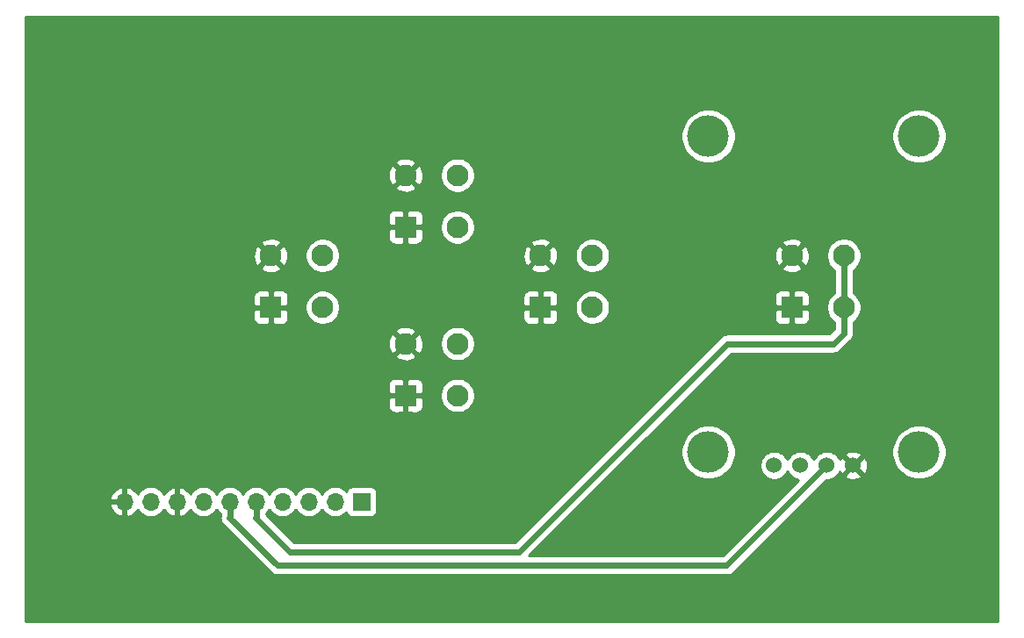
<source format=gtl>
G04 #@! TF.GenerationSoftware,KiCad,Pcbnew,(5.1.4-0)*
G04 #@! TF.CreationDate,2019-11-11T14:47:22+00:00*
G04 #@! TF.ProjectId,2M_DRA818V_Transceiver_Buttons,324d5f44-5241-4383-9138-565f5472616e,rev?*
G04 #@! TF.SameCoordinates,Original*
G04 #@! TF.FileFunction,Copper,L1,Top*
G04 #@! TF.FilePolarity,Positive*
%FSLAX46Y46*%
G04 Gerber Fmt 4.6, Leading zero omitted, Abs format (unit mm)*
G04 Created by KiCad (PCBNEW (5.1.4-0)) date 2019-11-11 14:47:22*
%MOMM*%
%LPD*%
G04 APERTURE LIST*
%ADD10R,2.100000X2.100000*%
%ADD11C,2.100000*%
%ADD12C,1.524000*%
%ADD13C,4.000000*%
%ADD14R,1.700000X1.700000*%
%ADD15O,1.700000X1.700000*%
%ADD16C,0.600000*%
%ADD17C,0.254000*%
G04 APERTURE END LIST*
D10*
X95250000Y-102250000D03*
D11*
X100250000Y-97250000D03*
X95250000Y-97250000D03*
X100250000Y-102250000D03*
X100250000Y-118500000D03*
X95250000Y-113500000D03*
X100250000Y-113500000D03*
D10*
X95250000Y-118500000D03*
X82250000Y-110000000D03*
D11*
X87250000Y-105000000D03*
X82250000Y-105000000D03*
X87250000Y-110000000D03*
X113250000Y-110000000D03*
X108250000Y-105000000D03*
X113250000Y-105000000D03*
D10*
X108250000Y-110000000D03*
X132500000Y-110000000D03*
D11*
X137500000Y-105000000D03*
X132500000Y-105000000D03*
X137500000Y-110000000D03*
D12*
X138400000Y-125250000D03*
X135860000Y-125250000D03*
X133320000Y-125250000D03*
X130780000Y-125250000D03*
D13*
X144750000Y-123980000D03*
X144750000Y-93500000D03*
X124430000Y-93500000D03*
X124430000Y-123980000D03*
D14*
X91000000Y-128750000D03*
D15*
X88460000Y-128750000D03*
X85920000Y-128750000D03*
X83380000Y-128750000D03*
X80840000Y-128750000D03*
X78300000Y-128750000D03*
X75760000Y-128750000D03*
X73220000Y-128750000D03*
X70680000Y-128750000D03*
X68140000Y-128750000D03*
D16*
X78282800Y-130302000D02*
X78300000Y-130284800D01*
X78300000Y-130284800D02*
X78300000Y-128750000D01*
X82880200Y-134899400D02*
X78282800Y-130302000D01*
X126210600Y-134899400D02*
X82880200Y-134899400D01*
X135860000Y-125250000D02*
X126210600Y-134899400D01*
X137500000Y-110000000D02*
X137500000Y-105000000D01*
X136500000Y-113500000D02*
X137500000Y-112500000D01*
X106146000Y-133604000D02*
X126250000Y-113500000D01*
X137500000Y-112500000D02*
X137500000Y-110000000D01*
X84124800Y-133604000D02*
X106146000Y-133604000D01*
X126250000Y-113500000D02*
X136500000Y-113500000D01*
X80822800Y-130302000D02*
X84124800Y-133604000D01*
X80840000Y-130284800D02*
X80822800Y-130302000D01*
X80840000Y-128750000D02*
X80840000Y-130284800D01*
D17*
G36*
X152373000Y-140310000D02*
G01*
X58627000Y-140310000D01*
X58627000Y-129106891D01*
X66698519Y-129106891D01*
X66795843Y-129381252D01*
X66944822Y-129631355D01*
X67139731Y-129847588D01*
X67373080Y-130021641D01*
X67635901Y-130146825D01*
X67783110Y-130191476D01*
X68013000Y-130070155D01*
X68013000Y-128877000D01*
X66819186Y-128877000D01*
X66698519Y-129106891D01*
X58627000Y-129106891D01*
X58627000Y-128393109D01*
X66698519Y-128393109D01*
X66819186Y-128623000D01*
X68013000Y-128623000D01*
X68013000Y-127429845D01*
X68267000Y-127429845D01*
X68267000Y-128623000D01*
X68287000Y-128623000D01*
X68287000Y-128877000D01*
X68267000Y-128877000D01*
X68267000Y-130070155D01*
X68496890Y-130191476D01*
X68644099Y-130146825D01*
X68906920Y-130021641D01*
X69140269Y-129847588D01*
X69335178Y-129631355D01*
X69404799Y-129514477D01*
X69439294Y-129579014D01*
X69624866Y-129805134D01*
X69850986Y-129990706D01*
X70108966Y-130128599D01*
X70388889Y-130213513D01*
X70607050Y-130235000D01*
X70752950Y-130235000D01*
X70971111Y-130213513D01*
X71251034Y-130128599D01*
X71509014Y-129990706D01*
X71735134Y-129805134D01*
X71920706Y-129579014D01*
X71955201Y-129514477D01*
X72024822Y-129631355D01*
X72219731Y-129847588D01*
X72453080Y-130021641D01*
X72715901Y-130146825D01*
X72863110Y-130191476D01*
X73093000Y-130070155D01*
X73093000Y-128877000D01*
X73073000Y-128877000D01*
X73073000Y-128623000D01*
X73093000Y-128623000D01*
X73093000Y-127429845D01*
X73347000Y-127429845D01*
X73347000Y-128623000D01*
X73367000Y-128623000D01*
X73367000Y-128877000D01*
X73347000Y-128877000D01*
X73347000Y-130070155D01*
X73576890Y-130191476D01*
X73724099Y-130146825D01*
X73986920Y-130021641D01*
X74220269Y-129847588D01*
X74415178Y-129631355D01*
X74484799Y-129514477D01*
X74519294Y-129579014D01*
X74704866Y-129805134D01*
X74930986Y-129990706D01*
X75188966Y-130128599D01*
X75468889Y-130213513D01*
X75687050Y-130235000D01*
X75832950Y-130235000D01*
X76051111Y-130213513D01*
X76331034Y-130128599D01*
X76589014Y-129990706D01*
X76815134Y-129805134D01*
X77000706Y-129579014D01*
X77030000Y-129524209D01*
X77059294Y-129579014D01*
X77244866Y-129805134D01*
X77365000Y-129903726D01*
X77365000Y-130106607D01*
X77361329Y-130118709D01*
X77343276Y-130302000D01*
X77361329Y-130485291D01*
X77414794Y-130661540D01*
X77501615Y-130823971D01*
X77589177Y-130930666D01*
X77589180Y-130930669D01*
X77618457Y-130966343D01*
X77654131Y-130995620D01*
X82186574Y-135528064D01*
X82215856Y-135563744D01*
X82358228Y-135680586D01*
X82520660Y-135767407D01*
X82643443Y-135804653D01*
X82696907Y-135820871D01*
X82715310Y-135822683D01*
X82834268Y-135834400D01*
X82834274Y-135834400D01*
X82880199Y-135838923D01*
X82926124Y-135834400D01*
X126164668Y-135834400D01*
X126210600Y-135838924D01*
X126256532Y-135834400D01*
X126393892Y-135820871D01*
X126570140Y-135767407D01*
X126732572Y-135680586D01*
X126874944Y-135563744D01*
X126904230Y-135528059D01*
X135785290Y-126647000D01*
X135997592Y-126647000D01*
X136267490Y-126593314D01*
X136521727Y-126488005D01*
X136750535Y-126335120D01*
X136870090Y-126215565D01*
X137614040Y-126215565D01*
X137681020Y-126455656D01*
X137930048Y-126572756D01*
X138197135Y-126639023D01*
X138472017Y-126651910D01*
X138744133Y-126610922D01*
X139003023Y-126517636D01*
X139118980Y-126455656D01*
X139185960Y-126215565D01*
X138400000Y-125429605D01*
X137614040Y-126215565D01*
X136870090Y-126215565D01*
X136945120Y-126140535D01*
X137098005Y-125911727D01*
X137127692Y-125840057D01*
X137132364Y-125853023D01*
X137194344Y-125968980D01*
X137434435Y-126035960D01*
X138220395Y-125250000D01*
X138579605Y-125250000D01*
X139365565Y-126035960D01*
X139605656Y-125968980D01*
X139722756Y-125719952D01*
X139789023Y-125452865D01*
X139801910Y-125177983D01*
X139760922Y-124905867D01*
X139667636Y-124646977D01*
X139605656Y-124531020D01*
X139365565Y-124464040D01*
X138579605Y-125250000D01*
X138220395Y-125250000D01*
X137434435Y-124464040D01*
X137194344Y-124531020D01*
X137130515Y-124666760D01*
X137098005Y-124588273D01*
X136945120Y-124359465D01*
X136870090Y-124284435D01*
X137614040Y-124284435D01*
X138400000Y-125070395D01*
X139185960Y-124284435D01*
X139118980Y-124044344D01*
X138869952Y-123927244D01*
X138602865Y-123860977D01*
X138327983Y-123848090D01*
X138055867Y-123889078D01*
X137796977Y-123982364D01*
X137681020Y-124044344D01*
X137614040Y-124284435D01*
X136870090Y-124284435D01*
X136750535Y-124164880D01*
X136521727Y-124011995D01*
X136267490Y-123906686D01*
X135997592Y-123853000D01*
X135722408Y-123853000D01*
X135452510Y-123906686D01*
X135198273Y-124011995D01*
X134969465Y-124164880D01*
X134774880Y-124359465D01*
X134621995Y-124588273D01*
X134590000Y-124665515D01*
X134558005Y-124588273D01*
X134405120Y-124359465D01*
X134210535Y-124164880D01*
X133981727Y-124011995D01*
X133727490Y-123906686D01*
X133457592Y-123853000D01*
X133182408Y-123853000D01*
X132912510Y-123906686D01*
X132658273Y-124011995D01*
X132429465Y-124164880D01*
X132234880Y-124359465D01*
X132081995Y-124588273D01*
X132050000Y-124665515D01*
X132018005Y-124588273D01*
X131865120Y-124359465D01*
X131670535Y-124164880D01*
X131441727Y-124011995D01*
X131187490Y-123906686D01*
X130917592Y-123853000D01*
X130642408Y-123853000D01*
X130372510Y-123906686D01*
X130118273Y-124011995D01*
X129889465Y-124164880D01*
X129694880Y-124359465D01*
X129541995Y-124588273D01*
X129436686Y-124842510D01*
X129383000Y-125112408D01*
X129383000Y-125387592D01*
X129436686Y-125657490D01*
X129541995Y-125911727D01*
X129694880Y-126140535D01*
X129889465Y-126335120D01*
X130118273Y-126488005D01*
X130372510Y-126593314D01*
X130642408Y-126647000D01*
X130917592Y-126647000D01*
X131187490Y-126593314D01*
X131441727Y-126488005D01*
X131670535Y-126335120D01*
X131865120Y-126140535D01*
X132018005Y-125911727D01*
X132050000Y-125834485D01*
X132081995Y-125911727D01*
X132234880Y-126140535D01*
X132429465Y-126335120D01*
X132658273Y-126488005D01*
X132912510Y-126593314D01*
X133147628Y-126640082D01*
X125823311Y-133964400D01*
X107107889Y-133964400D01*
X117351814Y-123720475D01*
X121795000Y-123720475D01*
X121795000Y-124239525D01*
X121896261Y-124748601D01*
X122094893Y-125228141D01*
X122383262Y-125659715D01*
X122750285Y-126026738D01*
X123181859Y-126315107D01*
X123661399Y-126513739D01*
X124170475Y-126615000D01*
X124689525Y-126615000D01*
X125198601Y-126513739D01*
X125678141Y-126315107D01*
X126109715Y-126026738D01*
X126476738Y-125659715D01*
X126765107Y-125228141D01*
X126963739Y-124748601D01*
X127065000Y-124239525D01*
X127065000Y-123720475D01*
X142115000Y-123720475D01*
X142115000Y-124239525D01*
X142216261Y-124748601D01*
X142414893Y-125228141D01*
X142703262Y-125659715D01*
X143070285Y-126026738D01*
X143501859Y-126315107D01*
X143981399Y-126513739D01*
X144490475Y-126615000D01*
X145009525Y-126615000D01*
X145518601Y-126513739D01*
X145998141Y-126315107D01*
X146429715Y-126026738D01*
X146796738Y-125659715D01*
X147085107Y-125228141D01*
X147283739Y-124748601D01*
X147385000Y-124239525D01*
X147385000Y-123720475D01*
X147283739Y-123211399D01*
X147085107Y-122731859D01*
X146796738Y-122300285D01*
X146429715Y-121933262D01*
X145998141Y-121644893D01*
X145518601Y-121446261D01*
X145009525Y-121345000D01*
X144490475Y-121345000D01*
X143981399Y-121446261D01*
X143501859Y-121644893D01*
X143070285Y-121933262D01*
X142703262Y-122300285D01*
X142414893Y-122731859D01*
X142216261Y-123211399D01*
X142115000Y-123720475D01*
X127065000Y-123720475D01*
X126963739Y-123211399D01*
X126765107Y-122731859D01*
X126476738Y-122300285D01*
X126109715Y-121933262D01*
X125678141Y-121644893D01*
X125198601Y-121446261D01*
X124689525Y-121345000D01*
X124170475Y-121345000D01*
X123661399Y-121446261D01*
X123181859Y-121644893D01*
X122750285Y-121933262D01*
X122383262Y-122300285D01*
X122094893Y-122731859D01*
X121896261Y-123211399D01*
X121795000Y-123720475D01*
X117351814Y-123720475D01*
X126637290Y-114435000D01*
X136454068Y-114435000D01*
X136500000Y-114439524D01*
X136545932Y-114435000D01*
X136683292Y-114421471D01*
X136859540Y-114368007D01*
X137021972Y-114281186D01*
X137164344Y-114164344D01*
X137193630Y-114128659D01*
X138128660Y-113193629D01*
X138164344Y-113164344D01*
X138281186Y-113021972D01*
X138361703Y-112871334D01*
X138368007Y-112859541D01*
X138421472Y-112683292D01*
X138439524Y-112500000D01*
X138435000Y-112454065D01*
X138435000Y-111401786D01*
X138574125Y-111308825D01*
X138808825Y-111074125D01*
X138993228Y-110798147D01*
X139120246Y-110491496D01*
X139185000Y-110165958D01*
X139185000Y-109834042D01*
X139120246Y-109508504D01*
X138993228Y-109201853D01*
X138808825Y-108925875D01*
X138574125Y-108691175D01*
X138435000Y-108598214D01*
X138435000Y-106401786D01*
X138574125Y-106308825D01*
X138808825Y-106074125D01*
X138993228Y-105798147D01*
X139120246Y-105491496D01*
X139185000Y-105165958D01*
X139185000Y-104834042D01*
X139120246Y-104508504D01*
X138993228Y-104201853D01*
X138808825Y-103925875D01*
X138574125Y-103691175D01*
X138298147Y-103506772D01*
X137991496Y-103379754D01*
X137665958Y-103315000D01*
X137334042Y-103315000D01*
X137008504Y-103379754D01*
X136701853Y-103506772D01*
X136425875Y-103691175D01*
X136191175Y-103925875D01*
X136006772Y-104201853D01*
X135879754Y-104508504D01*
X135815000Y-104834042D01*
X135815000Y-105165958D01*
X135879754Y-105491496D01*
X136006772Y-105798147D01*
X136191175Y-106074125D01*
X136425875Y-106308825D01*
X136565001Y-106401786D01*
X136565000Y-108598214D01*
X136425875Y-108691175D01*
X136191175Y-108925875D01*
X136006772Y-109201853D01*
X135879754Y-109508504D01*
X135815000Y-109834042D01*
X135815000Y-110165958D01*
X135879754Y-110491496D01*
X136006772Y-110798147D01*
X136191175Y-111074125D01*
X136425875Y-111308825D01*
X136565000Y-111401786D01*
X136565000Y-112112711D01*
X136112711Y-112565000D01*
X126295924Y-112565000D01*
X126249999Y-112560477D01*
X126204074Y-112565000D01*
X126204068Y-112565000D01*
X126085110Y-112576717D01*
X126066707Y-112578529D01*
X126013243Y-112594747D01*
X125890460Y-112631993D01*
X125728028Y-112718814D01*
X125585656Y-112835656D01*
X125556376Y-112871334D01*
X105758711Y-132669000D01*
X84512090Y-132669000D01*
X81775000Y-129931911D01*
X81775000Y-129903725D01*
X81895134Y-129805134D01*
X82080706Y-129579014D01*
X82110000Y-129524209D01*
X82139294Y-129579014D01*
X82324866Y-129805134D01*
X82550986Y-129990706D01*
X82808966Y-130128599D01*
X83088889Y-130213513D01*
X83307050Y-130235000D01*
X83452950Y-130235000D01*
X83671111Y-130213513D01*
X83951034Y-130128599D01*
X84209014Y-129990706D01*
X84435134Y-129805134D01*
X84620706Y-129579014D01*
X84650000Y-129524209D01*
X84679294Y-129579014D01*
X84864866Y-129805134D01*
X85090986Y-129990706D01*
X85348966Y-130128599D01*
X85628889Y-130213513D01*
X85847050Y-130235000D01*
X85992950Y-130235000D01*
X86211111Y-130213513D01*
X86491034Y-130128599D01*
X86749014Y-129990706D01*
X86975134Y-129805134D01*
X87160706Y-129579014D01*
X87190000Y-129524209D01*
X87219294Y-129579014D01*
X87404866Y-129805134D01*
X87630986Y-129990706D01*
X87888966Y-130128599D01*
X88168889Y-130213513D01*
X88387050Y-130235000D01*
X88532950Y-130235000D01*
X88751111Y-130213513D01*
X89031034Y-130128599D01*
X89289014Y-129990706D01*
X89515134Y-129805134D01*
X89539607Y-129775313D01*
X89560498Y-129844180D01*
X89619463Y-129954494D01*
X89698815Y-130051185D01*
X89795506Y-130130537D01*
X89905820Y-130189502D01*
X90025518Y-130225812D01*
X90150000Y-130238072D01*
X91850000Y-130238072D01*
X91974482Y-130225812D01*
X92094180Y-130189502D01*
X92204494Y-130130537D01*
X92301185Y-130051185D01*
X92380537Y-129954494D01*
X92439502Y-129844180D01*
X92475812Y-129724482D01*
X92488072Y-129600000D01*
X92488072Y-127900000D01*
X92475812Y-127775518D01*
X92439502Y-127655820D01*
X92380537Y-127545506D01*
X92301185Y-127448815D01*
X92204494Y-127369463D01*
X92094180Y-127310498D01*
X91974482Y-127274188D01*
X91850000Y-127261928D01*
X90150000Y-127261928D01*
X90025518Y-127274188D01*
X89905820Y-127310498D01*
X89795506Y-127369463D01*
X89698815Y-127448815D01*
X89619463Y-127545506D01*
X89560498Y-127655820D01*
X89539607Y-127724687D01*
X89515134Y-127694866D01*
X89289014Y-127509294D01*
X89031034Y-127371401D01*
X88751111Y-127286487D01*
X88532950Y-127265000D01*
X88387050Y-127265000D01*
X88168889Y-127286487D01*
X87888966Y-127371401D01*
X87630986Y-127509294D01*
X87404866Y-127694866D01*
X87219294Y-127920986D01*
X87190000Y-127975791D01*
X87160706Y-127920986D01*
X86975134Y-127694866D01*
X86749014Y-127509294D01*
X86491034Y-127371401D01*
X86211111Y-127286487D01*
X85992950Y-127265000D01*
X85847050Y-127265000D01*
X85628889Y-127286487D01*
X85348966Y-127371401D01*
X85090986Y-127509294D01*
X84864866Y-127694866D01*
X84679294Y-127920986D01*
X84650000Y-127975791D01*
X84620706Y-127920986D01*
X84435134Y-127694866D01*
X84209014Y-127509294D01*
X83951034Y-127371401D01*
X83671111Y-127286487D01*
X83452950Y-127265000D01*
X83307050Y-127265000D01*
X83088889Y-127286487D01*
X82808966Y-127371401D01*
X82550986Y-127509294D01*
X82324866Y-127694866D01*
X82139294Y-127920986D01*
X82110000Y-127975791D01*
X82080706Y-127920986D01*
X81895134Y-127694866D01*
X81669014Y-127509294D01*
X81411034Y-127371401D01*
X81131111Y-127286487D01*
X80912950Y-127265000D01*
X80767050Y-127265000D01*
X80548889Y-127286487D01*
X80268966Y-127371401D01*
X80010986Y-127509294D01*
X79784866Y-127694866D01*
X79599294Y-127920986D01*
X79570000Y-127975791D01*
X79540706Y-127920986D01*
X79355134Y-127694866D01*
X79129014Y-127509294D01*
X78871034Y-127371401D01*
X78591111Y-127286487D01*
X78372950Y-127265000D01*
X78227050Y-127265000D01*
X78008889Y-127286487D01*
X77728966Y-127371401D01*
X77470986Y-127509294D01*
X77244866Y-127694866D01*
X77059294Y-127920986D01*
X77030000Y-127975791D01*
X77000706Y-127920986D01*
X76815134Y-127694866D01*
X76589014Y-127509294D01*
X76331034Y-127371401D01*
X76051111Y-127286487D01*
X75832950Y-127265000D01*
X75687050Y-127265000D01*
X75468889Y-127286487D01*
X75188966Y-127371401D01*
X74930986Y-127509294D01*
X74704866Y-127694866D01*
X74519294Y-127920986D01*
X74484799Y-127985523D01*
X74415178Y-127868645D01*
X74220269Y-127652412D01*
X73986920Y-127478359D01*
X73724099Y-127353175D01*
X73576890Y-127308524D01*
X73347000Y-127429845D01*
X73093000Y-127429845D01*
X72863110Y-127308524D01*
X72715901Y-127353175D01*
X72453080Y-127478359D01*
X72219731Y-127652412D01*
X72024822Y-127868645D01*
X71955201Y-127985523D01*
X71920706Y-127920986D01*
X71735134Y-127694866D01*
X71509014Y-127509294D01*
X71251034Y-127371401D01*
X70971111Y-127286487D01*
X70752950Y-127265000D01*
X70607050Y-127265000D01*
X70388889Y-127286487D01*
X70108966Y-127371401D01*
X69850986Y-127509294D01*
X69624866Y-127694866D01*
X69439294Y-127920986D01*
X69404799Y-127985523D01*
X69335178Y-127868645D01*
X69140269Y-127652412D01*
X68906920Y-127478359D01*
X68644099Y-127353175D01*
X68496890Y-127308524D01*
X68267000Y-127429845D01*
X68013000Y-127429845D01*
X67783110Y-127308524D01*
X67635901Y-127353175D01*
X67373080Y-127478359D01*
X67139731Y-127652412D01*
X66944822Y-127868645D01*
X66795843Y-128118748D01*
X66698519Y-128393109D01*
X58627000Y-128393109D01*
X58627000Y-119550000D01*
X93561928Y-119550000D01*
X93574188Y-119674482D01*
X93610498Y-119794180D01*
X93669463Y-119904494D01*
X93748815Y-120001185D01*
X93845506Y-120080537D01*
X93955820Y-120139502D01*
X94075518Y-120175812D01*
X94200000Y-120188072D01*
X94964250Y-120185000D01*
X95123000Y-120026250D01*
X95123000Y-118627000D01*
X95377000Y-118627000D01*
X95377000Y-120026250D01*
X95535750Y-120185000D01*
X96300000Y-120188072D01*
X96424482Y-120175812D01*
X96544180Y-120139502D01*
X96654494Y-120080537D01*
X96751185Y-120001185D01*
X96830537Y-119904494D01*
X96889502Y-119794180D01*
X96925812Y-119674482D01*
X96938072Y-119550000D01*
X96935000Y-118785750D01*
X96776250Y-118627000D01*
X95377000Y-118627000D01*
X95123000Y-118627000D01*
X93723750Y-118627000D01*
X93565000Y-118785750D01*
X93561928Y-119550000D01*
X58627000Y-119550000D01*
X58627000Y-117450000D01*
X93561928Y-117450000D01*
X93565000Y-118214250D01*
X93723750Y-118373000D01*
X95123000Y-118373000D01*
X95123000Y-116973750D01*
X95377000Y-116973750D01*
X95377000Y-118373000D01*
X96776250Y-118373000D01*
X96815208Y-118334042D01*
X98565000Y-118334042D01*
X98565000Y-118665958D01*
X98629754Y-118991496D01*
X98756772Y-119298147D01*
X98941175Y-119574125D01*
X99175875Y-119808825D01*
X99451853Y-119993228D01*
X99758504Y-120120246D01*
X100084042Y-120185000D01*
X100415958Y-120185000D01*
X100741496Y-120120246D01*
X101048147Y-119993228D01*
X101324125Y-119808825D01*
X101558825Y-119574125D01*
X101743228Y-119298147D01*
X101870246Y-118991496D01*
X101935000Y-118665958D01*
X101935000Y-118334042D01*
X101870246Y-118008504D01*
X101743228Y-117701853D01*
X101558825Y-117425875D01*
X101324125Y-117191175D01*
X101048147Y-117006772D01*
X100741496Y-116879754D01*
X100415958Y-116815000D01*
X100084042Y-116815000D01*
X99758504Y-116879754D01*
X99451853Y-117006772D01*
X99175875Y-117191175D01*
X98941175Y-117425875D01*
X98756772Y-117701853D01*
X98629754Y-118008504D01*
X98565000Y-118334042D01*
X96815208Y-118334042D01*
X96935000Y-118214250D01*
X96938072Y-117450000D01*
X96925812Y-117325518D01*
X96889502Y-117205820D01*
X96830537Y-117095506D01*
X96751185Y-116998815D01*
X96654494Y-116919463D01*
X96544180Y-116860498D01*
X96424482Y-116824188D01*
X96300000Y-116811928D01*
X95535750Y-116815000D01*
X95377000Y-116973750D01*
X95123000Y-116973750D01*
X94964250Y-116815000D01*
X94200000Y-116811928D01*
X94075518Y-116824188D01*
X93955820Y-116860498D01*
X93845506Y-116919463D01*
X93748815Y-116998815D01*
X93669463Y-117095506D01*
X93610498Y-117205820D01*
X93574188Y-117325518D01*
X93561928Y-117450000D01*
X58627000Y-117450000D01*
X58627000Y-114671066D01*
X94258539Y-114671066D01*
X94360339Y-114940579D01*
X94658477Y-115086463D01*
X94979346Y-115171380D01*
X95310617Y-115192066D01*
X95639557Y-115147728D01*
X95953527Y-115040069D01*
X96139661Y-114940579D01*
X96241461Y-114671066D01*
X95250000Y-113679605D01*
X94258539Y-114671066D01*
X58627000Y-114671066D01*
X58627000Y-113560617D01*
X93557934Y-113560617D01*
X93602272Y-113889557D01*
X93709931Y-114203527D01*
X93809421Y-114389661D01*
X94078934Y-114491461D01*
X95070395Y-113500000D01*
X95429605Y-113500000D01*
X96421066Y-114491461D01*
X96690579Y-114389661D01*
X96836463Y-114091523D01*
X96921380Y-113770654D01*
X96942066Y-113439383D01*
X96927868Y-113334042D01*
X98565000Y-113334042D01*
X98565000Y-113665958D01*
X98629754Y-113991496D01*
X98756772Y-114298147D01*
X98941175Y-114574125D01*
X99175875Y-114808825D01*
X99451853Y-114993228D01*
X99758504Y-115120246D01*
X100084042Y-115185000D01*
X100415958Y-115185000D01*
X100741496Y-115120246D01*
X101048147Y-114993228D01*
X101324125Y-114808825D01*
X101558825Y-114574125D01*
X101743228Y-114298147D01*
X101870246Y-113991496D01*
X101935000Y-113665958D01*
X101935000Y-113334042D01*
X101870246Y-113008504D01*
X101743228Y-112701853D01*
X101558825Y-112425875D01*
X101324125Y-112191175D01*
X101048147Y-112006772D01*
X100741496Y-111879754D01*
X100415958Y-111815000D01*
X100084042Y-111815000D01*
X99758504Y-111879754D01*
X99451853Y-112006772D01*
X99175875Y-112191175D01*
X98941175Y-112425875D01*
X98756772Y-112701853D01*
X98629754Y-113008504D01*
X98565000Y-113334042D01*
X96927868Y-113334042D01*
X96897728Y-113110443D01*
X96790069Y-112796473D01*
X96690579Y-112610339D01*
X96421066Y-112508539D01*
X95429605Y-113500000D01*
X95070395Y-113500000D01*
X94078934Y-112508539D01*
X93809421Y-112610339D01*
X93663537Y-112908477D01*
X93578620Y-113229346D01*
X93557934Y-113560617D01*
X58627000Y-113560617D01*
X58627000Y-112328934D01*
X94258539Y-112328934D01*
X95250000Y-113320395D01*
X96241461Y-112328934D01*
X96139661Y-112059421D01*
X95841523Y-111913537D01*
X95520654Y-111828620D01*
X95189383Y-111807934D01*
X94860443Y-111852272D01*
X94546473Y-111959931D01*
X94360339Y-112059421D01*
X94258539Y-112328934D01*
X58627000Y-112328934D01*
X58627000Y-111050000D01*
X80561928Y-111050000D01*
X80574188Y-111174482D01*
X80610498Y-111294180D01*
X80669463Y-111404494D01*
X80748815Y-111501185D01*
X80845506Y-111580537D01*
X80955820Y-111639502D01*
X81075518Y-111675812D01*
X81200000Y-111688072D01*
X81964250Y-111685000D01*
X82123000Y-111526250D01*
X82123000Y-110127000D01*
X82377000Y-110127000D01*
X82377000Y-111526250D01*
X82535750Y-111685000D01*
X83300000Y-111688072D01*
X83424482Y-111675812D01*
X83544180Y-111639502D01*
X83654494Y-111580537D01*
X83751185Y-111501185D01*
X83830537Y-111404494D01*
X83889502Y-111294180D01*
X83925812Y-111174482D01*
X83938072Y-111050000D01*
X83935000Y-110285750D01*
X83776250Y-110127000D01*
X82377000Y-110127000D01*
X82123000Y-110127000D01*
X80723750Y-110127000D01*
X80565000Y-110285750D01*
X80561928Y-111050000D01*
X58627000Y-111050000D01*
X58627000Y-108950000D01*
X80561928Y-108950000D01*
X80565000Y-109714250D01*
X80723750Y-109873000D01*
X82123000Y-109873000D01*
X82123000Y-108473750D01*
X82377000Y-108473750D01*
X82377000Y-109873000D01*
X83776250Y-109873000D01*
X83815208Y-109834042D01*
X85565000Y-109834042D01*
X85565000Y-110165958D01*
X85629754Y-110491496D01*
X85756772Y-110798147D01*
X85941175Y-111074125D01*
X86175875Y-111308825D01*
X86451853Y-111493228D01*
X86758504Y-111620246D01*
X87084042Y-111685000D01*
X87415958Y-111685000D01*
X87741496Y-111620246D01*
X88048147Y-111493228D01*
X88324125Y-111308825D01*
X88558825Y-111074125D01*
X88574944Y-111050000D01*
X106561928Y-111050000D01*
X106574188Y-111174482D01*
X106610498Y-111294180D01*
X106669463Y-111404494D01*
X106748815Y-111501185D01*
X106845506Y-111580537D01*
X106955820Y-111639502D01*
X107075518Y-111675812D01*
X107200000Y-111688072D01*
X107964250Y-111685000D01*
X108123000Y-111526250D01*
X108123000Y-110127000D01*
X108377000Y-110127000D01*
X108377000Y-111526250D01*
X108535750Y-111685000D01*
X109300000Y-111688072D01*
X109424482Y-111675812D01*
X109544180Y-111639502D01*
X109654494Y-111580537D01*
X109751185Y-111501185D01*
X109830537Y-111404494D01*
X109889502Y-111294180D01*
X109925812Y-111174482D01*
X109938072Y-111050000D01*
X109935000Y-110285750D01*
X109776250Y-110127000D01*
X108377000Y-110127000D01*
X108123000Y-110127000D01*
X106723750Y-110127000D01*
X106565000Y-110285750D01*
X106561928Y-111050000D01*
X88574944Y-111050000D01*
X88743228Y-110798147D01*
X88870246Y-110491496D01*
X88935000Y-110165958D01*
X88935000Y-109834042D01*
X88870246Y-109508504D01*
X88743228Y-109201853D01*
X88574945Y-108950000D01*
X106561928Y-108950000D01*
X106565000Y-109714250D01*
X106723750Y-109873000D01*
X108123000Y-109873000D01*
X108123000Y-108473750D01*
X108377000Y-108473750D01*
X108377000Y-109873000D01*
X109776250Y-109873000D01*
X109815208Y-109834042D01*
X111565000Y-109834042D01*
X111565000Y-110165958D01*
X111629754Y-110491496D01*
X111756772Y-110798147D01*
X111941175Y-111074125D01*
X112175875Y-111308825D01*
X112451853Y-111493228D01*
X112758504Y-111620246D01*
X113084042Y-111685000D01*
X113415958Y-111685000D01*
X113741496Y-111620246D01*
X114048147Y-111493228D01*
X114324125Y-111308825D01*
X114558825Y-111074125D01*
X114574944Y-111050000D01*
X130811928Y-111050000D01*
X130824188Y-111174482D01*
X130860498Y-111294180D01*
X130919463Y-111404494D01*
X130998815Y-111501185D01*
X131095506Y-111580537D01*
X131205820Y-111639502D01*
X131325518Y-111675812D01*
X131450000Y-111688072D01*
X132214250Y-111685000D01*
X132373000Y-111526250D01*
X132373000Y-110127000D01*
X132627000Y-110127000D01*
X132627000Y-111526250D01*
X132785750Y-111685000D01*
X133550000Y-111688072D01*
X133674482Y-111675812D01*
X133794180Y-111639502D01*
X133904494Y-111580537D01*
X134001185Y-111501185D01*
X134080537Y-111404494D01*
X134139502Y-111294180D01*
X134175812Y-111174482D01*
X134188072Y-111050000D01*
X134185000Y-110285750D01*
X134026250Y-110127000D01*
X132627000Y-110127000D01*
X132373000Y-110127000D01*
X130973750Y-110127000D01*
X130815000Y-110285750D01*
X130811928Y-111050000D01*
X114574944Y-111050000D01*
X114743228Y-110798147D01*
X114870246Y-110491496D01*
X114935000Y-110165958D01*
X114935000Y-109834042D01*
X114870246Y-109508504D01*
X114743228Y-109201853D01*
X114574945Y-108950000D01*
X130811928Y-108950000D01*
X130815000Y-109714250D01*
X130973750Y-109873000D01*
X132373000Y-109873000D01*
X132373000Y-108473750D01*
X132627000Y-108473750D01*
X132627000Y-109873000D01*
X134026250Y-109873000D01*
X134185000Y-109714250D01*
X134188072Y-108950000D01*
X134175812Y-108825518D01*
X134139502Y-108705820D01*
X134080537Y-108595506D01*
X134001185Y-108498815D01*
X133904494Y-108419463D01*
X133794180Y-108360498D01*
X133674482Y-108324188D01*
X133550000Y-108311928D01*
X132785750Y-108315000D01*
X132627000Y-108473750D01*
X132373000Y-108473750D01*
X132214250Y-108315000D01*
X131450000Y-108311928D01*
X131325518Y-108324188D01*
X131205820Y-108360498D01*
X131095506Y-108419463D01*
X130998815Y-108498815D01*
X130919463Y-108595506D01*
X130860498Y-108705820D01*
X130824188Y-108825518D01*
X130811928Y-108950000D01*
X114574945Y-108950000D01*
X114558825Y-108925875D01*
X114324125Y-108691175D01*
X114048147Y-108506772D01*
X113741496Y-108379754D01*
X113415958Y-108315000D01*
X113084042Y-108315000D01*
X112758504Y-108379754D01*
X112451853Y-108506772D01*
X112175875Y-108691175D01*
X111941175Y-108925875D01*
X111756772Y-109201853D01*
X111629754Y-109508504D01*
X111565000Y-109834042D01*
X109815208Y-109834042D01*
X109935000Y-109714250D01*
X109938072Y-108950000D01*
X109925812Y-108825518D01*
X109889502Y-108705820D01*
X109830537Y-108595506D01*
X109751185Y-108498815D01*
X109654494Y-108419463D01*
X109544180Y-108360498D01*
X109424482Y-108324188D01*
X109300000Y-108311928D01*
X108535750Y-108315000D01*
X108377000Y-108473750D01*
X108123000Y-108473750D01*
X107964250Y-108315000D01*
X107200000Y-108311928D01*
X107075518Y-108324188D01*
X106955820Y-108360498D01*
X106845506Y-108419463D01*
X106748815Y-108498815D01*
X106669463Y-108595506D01*
X106610498Y-108705820D01*
X106574188Y-108825518D01*
X106561928Y-108950000D01*
X88574945Y-108950000D01*
X88558825Y-108925875D01*
X88324125Y-108691175D01*
X88048147Y-108506772D01*
X87741496Y-108379754D01*
X87415958Y-108315000D01*
X87084042Y-108315000D01*
X86758504Y-108379754D01*
X86451853Y-108506772D01*
X86175875Y-108691175D01*
X85941175Y-108925875D01*
X85756772Y-109201853D01*
X85629754Y-109508504D01*
X85565000Y-109834042D01*
X83815208Y-109834042D01*
X83935000Y-109714250D01*
X83938072Y-108950000D01*
X83925812Y-108825518D01*
X83889502Y-108705820D01*
X83830537Y-108595506D01*
X83751185Y-108498815D01*
X83654494Y-108419463D01*
X83544180Y-108360498D01*
X83424482Y-108324188D01*
X83300000Y-108311928D01*
X82535750Y-108315000D01*
X82377000Y-108473750D01*
X82123000Y-108473750D01*
X81964250Y-108315000D01*
X81200000Y-108311928D01*
X81075518Y-108324188D01*
X80955820Y-108360498D01*
X80845506Y-108419463D01*
X80748815Y-108498815D01*
X80669463Y-108595506D01*
X80610498Y-108705820D01*
X80574188Y-108825518D01*
X80561928Y-108950000D01*
X58627000Y-108950000D01*
X58627000Y-106171066D01*
X81258539Y-106171066D01*
X81360339Y-106440579D01*
X81658477Y-106586463D01*
X81979346Y-106671380D01*
X82310617Y-106692066D01*
X82639557Y-106647728D01*
X82953527Y-106540069D01*
X83139661Y-106440579D01*
X83241461Y-106171066D01*
X82250000Y-105179605D01*
X81258539Y-106171066D01*
X58627000Y-106171066D01*
X58627000Y-105060617D01*
X80557934Y-105060617D01*
X80602272Y-105389557D01*
X80709931Y-105703527D01*
X80809421Y-105889661D01*
X81078934Y-105991461D01*
X82070395Y-105000000D01*
X82429605Y-105000000D01*
X83421066Y-105991461D01*
X83690579Y-105889661D01*
X83836463Y-105591523D01*
X83921380Y-105270654D01*
X83942066Y-104939383D01*
X83927868Y-104834042D01*
X85565000Y-104834042D01*
X85565000Y-105165958D01*
X85629754Y-105491496D01*
X85756772Y-105798147D01*
X85941175Y-106074125D01*
X86175875Y-106308825D01*
X86451853Y-106493228D01*
X86758504Y-106620246D01*
X87084042Y-106685000D01*
X87415958Y-106685000D01*
X87741496Y-106620246D01*
X88048147Y-106493228D01*
X88324125Y-106308825D01*
X88461884Y-106171066D01*
X107258539Y-106171066D01*
X107360339Y-106440579D01*
X107658477Y-106586463D01*
X107979346Y-106671380D01*
X108310617Y-106692066D01*
X108639557Y-106647728D01*
X108953527Y-106540069D01*
X109139661Y-106440579D01*
X109241461Y-106171066D01*
X108250000Y-105179605D01*
X107258539Y-106171066D01*
X88461884Y-106171066D01*
X88558825Y-106074125D01*
X88743228Y-105798147D01*
X88870246Y-105491496D01*
X88935000Y-105165958D01*
X88935000Y-105060617D01*
X106557934Y-105060617D01*
X106602272Y-105389557D01*
X106709931Y-105703527D01*
X106809421Y-105889661D01*
X107078934Y-105991461D01*
X108070395Y-105000000D01*
X108429605Y-105000000D01*
X109421066Y-105991461D01*
X109690579Y-105889661D01*
X109836463Y-105591523D01*
X109921380Y-105270654D01*
X109942066Y-104939383D01*
X109927868Y-104834042D01*
X111565000Y-104834042D01*
X111565000Y-105165958D01*
X111629754Y-105491496D01*
X111756772Y-105798147D01*
X111941175Y-106074125D01*
X112175875Y-106308825D01*
X112451853Y-106493228D01*
X112758504Y-106620246D01*
X113084042Y-106685000D01*
X113415958Y-106685000D01*
X113741496Y-106620246D01*
X114048147Y-106493228D01*
X114324125Y-106308825D01*
X114461884Y-106171066D01*
X131508539Y-106171066D01*
X131610339Y-106440579D01*
X131908477Y-106586463D01*
X132229346Y-106671380D01*
X132560617Y-106692066D01*
X132889557Y-106647728D01*
X133203527Y-106540069D01*
X133389661Y-106440579D01*
X133491461Y-106171066D01*
X132500000Y-105179605D01*
X131508539Y-106171066D01*
X114461884Y-106171066D01*
X114558825Y-106074125D01*
X114743228Y-105798147D01*
X114870246Y-105491496D01*
X114935000Y-105165958D01*
X114935000Y-105060617D01*
X130807934Y-105060617D01*
X130852272Y-105389557D01*
X130959931Y-105703527D01*
X131059421Y-105889661D01*
X131328934Y-105991461D01*
X132320395Y-105000000D01*
X132679605Y-105000000D01*
X133671066Y-105991461D01*
X133940579Y-105889661D01*
X134086463Y-105591523D01*
X134171380Y-105270654D01*
X134192066Y-104939383D01*
X134147728Y-104610443D01*
X134040069Y-104296473D01*
X133940579Y-104110339D01*
X133671066Y-104008539D01*
X132679605Y-105000000D01*
X132320395Y-105000000D01*
X131328934Y-104008539D01*
X131059421Y-104110339D01*
X130913537Y-104408477D01*
X130828620Y-104729346D01*
X130807934Y-105060617D01*
X114935000Y-105060617D01*
X114935000Y-104834042D01*
X114870246Y-104508504D01*
X114743228Y-104201853D01*
X114558825Y-103925875D01*
X114461884Y-103828934D01*
X131508539Y-103828934D01*
X132500000Y-104820395D01*
X133491461Y-103828934D01*
X133389661Y-103559421D01*
X133091523Y-103413537D01*
X132770654Y-103328620D01*
X132439383Y-103307934D01*
X132110443Y-103352272D01*
X131796473Y-103459931D01*
X131610339Y-103559421D01*
X131508539Y-103828934D01*
X114461884Y-103828934D01*
X114324125Y-103691175D01*
X114048147Y-103506772D01*
X113741496Y-103379754D01*
X113415958Y-103315000D01*
X113084042Y-103315000D01*
X112758504Y-103379754D01*
X112451853Y-103506772D01*
X112175875Y-103691175D01*
X111941175Y-103925875D01*
X111756772Y-104201853D01*
X111629754Y-104508504D01*
X111565000Y-104834042D01*
X109927868Y-104834042D01*
X109897728Y-104610443D01*
X109790069Y-104296473D01*
X109690579Y-104110339D01*
X109421066Y-104008539D01*
X108429605Y-105000000D01*
X108070395Y-105000000D01*
X107078934Y-104008539D01*
X106809421Y-104110339D01*
X106663537Y-104408477D01*
X106578620Y-104729346D01*
X106557934Y-105060617D01*
X88935000Y-105060617D01*
X88935000Y-104834042D01*
X88870246Y-104508504D01*
X88743228Y-104201853D01*
X88558825Y-103925875D01*
X88324125Y-103691175D01*
X88048147Y-103506772D01*
X87741496Y-103379754D01*
X87415958Y-103315000D01*
X87084042Y-103315000D01*
X86758504Y-103379754D01*
X86451853Y-103506772D01*
X86175875Y-103691175D01*
X85941175Y-103925875D01*
X85756772Y-104201853D01*
X85629754Y-104508504D01*
X85565000Y-104834042D01*
X83927868Y-104834042D01*
X83897728Y-104610443D01*
X83790069Y-104296473D01*
X83690579Y-104110339D01*
X83421066Y-104008539D01*
X82429605Y-105000000D01*
X82070395Y-105000000D01*
X81078934Y-104008539D01*
X80809421Y-104110339D01*
X80663537Y-104408477D01*
X80578620Y-104729346D01*
X80557934Y-105060617D01*
X58627000Y-105060617D01*
X58627000Y-103828934D01*
X81258539Y-103828934D01*
X82250000Y-104820395D01*
X83241461Y-103828934D01*
X83139661Y-103559421D01*
X82841523Y-103413537D01*
X82520654Y-103328620D01*
X82189383Y-103307934D01*
X81860443Y-103352272D01*
X81546473Y-103459931D01*
X81360339Y-103559421D01*
X81258539Y-103828934D01*
X58627000Y-103828934D01*
X58627000Y-103300000D01*
X93561928Y-103300000D01*
X93574188Y-103424482D01*
X93610498Y-103544180D01*
X93669463Y-103654494D01*
X93748815Y-103751185D01*
X93845506Y-103830537D01*
X93955820Y-103889502D01*
X94075518Y-103925812D01*
X94200000Y-103938072D01*
X94964250Y-103935000D01*
X95123000Y-103776250D01*
X95123000Y-102377000D01*
X95377000Y-102377000D01*
X95377000Y-103776250D01*
X95535750Y-103935000D01*
X96300000Y-103938072D01*
X96424482Y-103925812D01*
X96544180Y-103889502D01*
X96654494Y-103830537D01*
X96751185Y-103751185D01*
X96830537Y-103654494D01*
X96889502Y-103544180D01*
X96925812Y-103424482D01*
X96938072Y-103300000D01*
X96935000Y-102535750D01*
X96776250Y-102377000D01*
X95377000Y-102377000D01*
X95123000Y-102377000D01*
X93723750Y-102377000D01*
X93565000Y-102535750D01*
X93561928Y-103300000D01*
X58627000Y-103300000D01*
X58627000Y-101200000D01*
X93561928Y-101200000D01*
X93565000Y-101964250D01*
X93723750Y-102123000D01*
X95123000Y-102123000D01*
X95123000Y-100723750D01*
X95377000Y-100723750D01*
X95377000Y-102123000D01*
X96776250Y-102123000D01*
X96815208Y-102084042D01*
X98565000Y-102084042D01*
X98565000Y-102415958D01*
X98629754Y-102741496D01*
X98756772Y-103048147D01*
X98941175Y-103324125D01*
X99175875Y-103558825D01*
X99451853Y-103743228D01*
X99758504Y-103870246D01*
X100084042Y-103935000D01*
X100415958Y-103935000D01*
X100741496Y-103870246D01*
X100841232Y-103828934D01*
X107258539Y-103828934D01*
X108250000Y-104820395D01*
X109241461Y-103828934D01*
X109139661Y-103559421D01*
X108841523Y-103413537D01*
X108520654Y-103328620D01*
X108189383Y-103307934D01*
X107860443Y-103352272D01*
X107546473Y-103459931D01*
X107360339Y-103559421D01*
X107258539Y-103828934D01*
X100841232Y-103828934D01*
X101048147Y-103743228D01*
X101324125Y-103558825D01*
X101558825Y-103324125D01*
X101743228Y-103048147D01*
X101870246Y-102741496D01*
X101935000Y-102415958D01*
X101935000Y-102084042D01*
X101870246Y-101758504D01*
X101743228Y-101451853D01*
X101558825Y-101175875D01*
X101324125Y-100941175D01*
X101048147Y-100756772D01*
X100741496Y-100629754D01*
X100415958Y-100565000D01*
X100084042Y-100565000D01*
X99758504Y-100629754D01*
X99451853Y-100756772D01*
X99175875Y-100941175D01*
X98941175Y-101175875D01*
X98756772Y-101451853D01*
X98629754Y-101758504D01*
X98565000Y-102084042D01*
X96815208Y-102084042D01*
X96935000Y-101964250D01*
X96938072Y-101200000D01*
X96925812Y-101075518D01*
X96889502Y-100955820D01*
X96830537Y-100845506D01*
X96751185Y-100748815D01*
X96654494Y-100669463D01*
X96544180Y-100610498D01*
X96424482Y-100574188D01*
X96300000Y-100561928D01*
X95535750Y-100565000D01*
X95377000Y-100723750D01*
X95123000Y-100723750D01*
X94964250Y-100565000D01*
X94200000Y-100561928D01*
X94075518Y-100574188D01*
X93955820Y-100610498D01*
X93845506Y-100669463D01*
X93748815Y-100748815D01*
X93669463Y-100845506D01*
X93610498Y-100955820D01*
X93574188Y-101075518D01*
X93561928Y-101200000D01*
X58627000Y-101200000D01*
X58627000Y-98421066D01*
X94258539Y-98421066D01*
X94360339Y-98690579D01*
X94658477Y-98836463D01*
X94979346Y-98921380D01*
X95310617Y-98942066D01*
X95639557Y-98897728D01*
X95953527Y-98790069D01*
X96139661Y-98690579D01*
X96241461Y-98421066D01*
X95250000Y-97429605D01*
X94258539Y-98421066D01*
X58627000Y-98421066D01*
X58627000Y-97310617D01*
X93557934Y-97310617D01*
X93602272Y-97639557D01*
X93709931Y-97953527D01*
X93809421Y-98139661D01*
X94078934Y-98241461D01*
X95070395Y-97250000D01*
X95429605Y-97250000D01*
X96421066Y-98241461D01*
X96690579Y-98139661D01*
X96836463Y-97841523D01*
X96921380Y-97520654D01*
X96942066Y-97189383D01*
X96927868Y-97084042D01*
X98565000Y-97084042D01*
X98565000Y-97415958D01*
X98629754Y-97741496D01*
X98756772Y-98048147D01*
X98941175Y-98324125D01*
X99175875Y-98558825D01*
X99451853Y-98743228D01*
X99758504Y-98870246D01*
X100084042Y-98935000D01*
X100415958Y-98935000D01*
X100741496Y-98870246D01*
X101048147Y-98743228D01*
X101324125Y-98558825D01*
X101558825Y-98324125D01*
X101743228Y-98048147D01*
X101870246Y-97741496D01*
X101935000Y-97415958D01*
X101935000Y-97084042D01*
X101870246Y-96758504D01*
X101743228Y-96451853D01*
X101558825Y-96175875D01*
X101324125Y-95941175D01*
X101048147Y-95756772D01*
X100741496Y-95629754D01*
X100415958Y-95565000D01*
X100084042Y-95565000D01*
X99758504Y-95629754D01*
X99451853Y-95756772D01*
X99175875Y-95941175D01*
X98941175Y-96175875D01*
X98756772Y-96451853D01*
X98629754Y-96758504D01*
X98565000Y-97084042D01*
X96927868Y-97084042D01*
X96897728Y-96860443D01*
X96790069Y-96546473D01*
X96690579Y-96360339D01*
X96421066Y-96258539D01*
X95429605Y-97250000D01*
X95070395Y-97250000D01*
X94078934Y-96258539D01*
X93809421Y-96360339D01*
X93663537Y-96658477D01*
X93578620Y-96979346D01*
X93557934Y-97310617D01*
X58627000Y-97310617D01*
X58627000Y-96078934D01*
X94258539Y-96078934D01*
X95250000Y-97070395D01*
X96241461Y-96078934D01*
X96139661Y-95809421D01*
X95841523Y-95663537D01*
X95520654Y-95578620D01*
X95189383Y-95557934D01*
X94860443Y-95602272D01*
X94546473Y-95709931D01*
X94360339Y-95809421D01*
X94258539Y-96078934D01*
X58627000Y-96078934D01*
X58627000Y-93240475D01*
X121795000Y-93240475D01*
X121795000Y-93759525D01*
X121896261Y-94268601D01*
X122094893Y-94748141D01*
X122383262Y-95179715D01*
X122750285Y-95546738D01*
X123181859Y-95835107D01*
X123661399Y-96033739D01*
X124170475Y-96135000D01*
X124689525Y-96135000D01*
X125198601Y-96033739D01*
X125678141Y-95835107D01*
X126109715Y-95546738D01*
X126476738Y-95179715D01*
X126765107Y-94748141D01*
X126963739Y-94268601D01*
X127065000Y-93759525D01*
X127065000Y-93240475D01*
X142115000Y-93240475D01*
X142115000Y-93759525D01*
X142216261Y-94268601D01*
X142414893Y-94748141D01*
X142703262Y-95179715D01*
X143070285Y-95546738D01*
X143501859Y-95835107D01*
X143981399Y-96033739D01*
X144490475Y-96135000D01*
X145009525Y-96135000D01*
X145518601Y-96033739D01*
X145998141Y-95835107D01*
X146429715Y-95546738D01*
X146796738Y-95179715D01*
X147085107Y-94748141D01*
X147283739Y-94268601D01*
X147385000Y-93759525D01*
X147385000Y-93240475D01*
X147283739Y-92731399D01*
X147085107Y-92251859D01*
X146796738Y-91820285D01*
X146429715Y-91453262D01*
X145998141Y-91164893D01*
X145518601Y-90966261D01*
X145009525Y-90865000D01*
X144490475Y-90865000D01*
X143981399Y-90966261D01*
X143501859Y-91164893D01*
X143070285Y-91453262D01*
X142703262Y-91820285D01*
X142414893Y-92251859D01*
X142216261Y-92731399D01*
X142115000Y-93240475D01*
X127065000Y-93240475D01*
X126963739Y-92731399D01*
X126765107Y-92251859D01*
X126476738Y-91820285D01*
X126109715Y-91453262D01*
X125678141Y-91164893D01*
X125198601Y-90966261D01*
X124689525Y-90865000D01*
X124170475Y-90865000D01*
X123661399Y-90966261D01*
X123181859Y-91164893D01*
X122750285Y-91453262D01*
X122383262Y-91820285D01*
X122094893Y-92251859D01*
X121896261Y-92731399D01*
X121795000Y-93240475D01*
X58627000Y-93240475D01*
X58627000Y-81940000D01*
X152373000Y-81940000D01*
X152373000Y-140310000D01*
X152373000Y-140310000D01*
G37*
X152373000Y-140310000D02*
X58627000Y-140310000D01*
X58627000Y-129106891D01*
X66698519Y-129106891D01*
X66795843Y-129381252D01*
X66944822Y-129631355D01*
X67139731Y-129847588D01*
X67373080Y-130021641D01*
X67635901Y-130146825D01*
X67783110Y-130191476D01*
X68013000Y-130070155D01*
X68013000Y-128877000D01*
X66819186Y-128877000D01*
X66698519Y-129106891D01*
X58627000Y-129106891D01*
X58627000Y-128393109D01*
X66698519Y-128393109D01*
X66819186Y-128623000D01*
X68013000Y-128623000D01*
X68013000Y-127429845D01*
X68267000Y-127429845D01*
X68267000Y-128623000D01*
X68287000Y-128623000D01*
X68287000Y-128877000D01*
X68267000Y-128877000D01*
X68267000Y-130070155D01*
X68496890Y-130191476D01*
X68644099Y-130146825D01*
X68906920Y-130021641D01*
X69140269Y-129847588D01*
X69335178Y-129631355D01*
X69404799Y-129514477D01*
X69439294Y-129579014D01*
X69624866Y-129805134D01*
X69850986Y-129990706D01*
X70108966Y-130128599D01*
X70388889Y-130213513D01*
X70607050Y-130235000D01*
X70752950Y-130235000D01*
X70971111Y-130213513D01*
X71251034Y-130128599D01*
X71509014Y-129990706D01*
X71735134Y-129805134D01*
X71920706Y-129579014D01*
X71955201Y-129514477D01*
X72024822Y-129631355D01*
X72219731Y-129847588D01*
X72453080Y-130021641D01*
X72715901Y-130146825D01*
X72863110Y-130191476D01*
X73093000Y-130070155D01*
X73093000Y-128877000D01*
X73073000Y-128877000D01*
X73073000Y-128623000D01*
X73093000Y-128623000D01*
X73093000Y-127429845D01*
X73347000Y-127429845D01*
X73347000Y-128623000D01*
X73367000Y-128623000D01*
X73367000Y-128877000D01*
X73347000Y-128877000D01*
X73347000Y-130070155D01*
X73576890Y-130191476D01*
X73724099Y-130146825D01*
X73986920Y-130021641D01*
X74220269Y-129847588D01*
X74415178Y-129631355D01*
X74484799Y-129514477D01*
X74519294Y-129579014D01*
X74704866Y-129805134D01*
X74930986Y-129990706D01*
X75188966Y-130128599D01*
X75468889Y-130213513D01*
X75687050Y-130235000D01*
X75832950Y-130235000D01*
X76051111Y-130213513D01*
X76331034Y-130128599D01*
X76589014Y-129990706D01*
X76815134Y-129805134D01*
X77000706Y-129579014D01*
X77030000Y-129524209D01*
X77059294Y-129579014D01*
X77244866Y-129805134D01*
X77365000Y-129903726D01*
X77365000Y-130106607D01*
X77361329Y-130118709D01*
X77343276Y-130302000D01*
X77361329Y-130485291D01*
X77414794Y-130661540D01*
X77501615Y-130823971D01*
X77589177Y-130930666D01*
X77589180Y-130930669D01*
X77618457Y-130966343D01*
X77654131Y-130995620D01*
X82186574Y-135528064D01*
X82215856Y-135563744D01*
X82358228Y-135680586D01*
X82520660Y-135767407D01*
X82643443Y-135804653D01*
X82696907Y-135820871D01*
X82715310Y-135822683D01*
X82834268Y-135834400D01*
X82834274Y-135834400D01*
X82880199Y-135838923D01*
X82926124Y-135834400D01*
X126164668Y-135834400D01*
X126210600Y-135838924D01*
X126256532Y-135834400D01*
X126393892Y-135820871D01*
X126570140Y-135767407D01*
X126732572Y-135680586D01*
X126874944Y-135563744D01*
X126904230Y-135528059D01*
X135785290Y-126647000D01*
X135997592Y-126647000D01*
X136267490Y-126593314D01*
X136521727Y-126488005D01*
X136750535Y-126335120D01*
X136870090Y-126215565D01*
X137614040Y-126215565D01*
X137681020Y-126455656D01*
X137930048Y-126572756D01*
X138197135Y-126639023D01*
X138472017Y-126651910D01*
X138744133Y-126610922D01*
X139003023Y-126517636D01*
X139118980Y-126455656D01*
X139185960Y-126215565D01*
X138400000Y-125429605D01*
X137614040Y-126215565D01*
X136870090Y-126215565D01*
X136945120Y-126140535D01*
X137098005Y-125911727D01*
X137127692Y-125840057D01*
X137132364Y-125853023D01*
X137194344Y-125968980D01*
X137434435Y-126035960D01*
X138220395Y-125250000D01*
X138579605Y-125250000D01*
X139365565Y-126035960D01*
X139605656Y-125968980D01*
X139722756Y-125719952D01*
X139789023Y-125452865D01*
X139801910Y-125177983D01*
X139760922Y-124905867D01*
X139667636Y-124646977D01*
X139605656Y-124531020D01*
X139365565Y-124464040D01*
X138579605Y-125250000D01*
X138220395Y-125250000D01*
X137434435Y-124464040D01*
X137194344Y-124531020D01*
X137130515Y-124666760D01*
X137098005Y-124588273D01*
X136945120Y-124359465D01*
X136870090Y-124284435D01*
X137614040Y-124284435D01*
X138400000Y-125070395D01*
X139185960Y-124284435D01*
X139118980Y-124044344D01*
X138869952Y-123927244D01*
X138602865Y-123860977D01*
X138327983Y-123848090D01*
X138055867Y-123889078D01*
X137796977Y-123982364D01*
X137681020Y-124044344D01*
X137614040Y-124284435D01*
X136870090Y-124284435D01*
X136750535Y-124164880D01*
X136521727Y-124011995D01*
X136267490Y-123906686D01*
X135997592Y-123853000D01*
X135722408Y-123853000D01*
X135452510Y-123906686D01*
X135198273Y-124011995D01*
X134969465Y-124164880D01*
X134774880Y-124359465D01*
X134621995Y-124588273D01*
X134590000Y-124665515D01*
X134558005Y-124588273D01*
X134405120Y-124359465D01*
X134210535Y-124164880D01*
X133981727Y-124011995D01*
X133727490Y-123906686D01*
X133457592Y-123853000D01*
X133182408Y-123853000D01*
X132912510Y-123906686D01*
X132658273Y-124011995D01*
X132429465Y-124164880D01*
X132234880Y-124359465D01*
X132081995Y-124588273D01*
X132050000Y-124665515D01*
X132018005Y-124588273D01*
X131865120Y-124359465D01*
X131670535Y-124164880D01*
X131441727Y-124011995D01*
X131187490Y-123906686D01*
X130917592Y-123853000D01*
X130642408Y-123853000D01*
X130372510Y-123906686D01*
X130118273Y-124011995D01*
X129889465Y-124164880D01*
X129694880Y-124359465D01*
X129541995Y-124588273D01*
X129436686Y-124842510D01*
X129383000Y-125112408D01*
X129383000Y-125387592D01*
X129436686Y-125657490D01*
X129541995Y-125911727D01*
X129694880Y-126140535D01*
X129889465Y-126335120D01*
X130118273Y-126488005D01*
X130372510Y-126593314D01*
X130642408Y-126647000D01*
X130917592Y-126647000D01*
X131187490Y-126593314D01*
X131441727Y-126488005D01*
X131670535Y-126335120D01*
X131865120Y-126140535D01*
X132018005Y-125911727D01*
X132050000Y-125834485D01*
X132081995Y-125911727D01*
X132234880Y-126140535D01*
X132429465Y-126335120D01*
X132658273Y-126488005D01*
X132912510Y-126593314D01*
X133147628Y-126640082D01*
X125823311Y-133964400D01*
X107107889Y-133964400D01*
X117351814Y-123720475D01*
X121795000Y-123720475D01*
X121795000Y-124239525D01*
X121896261Y-124748601D01*
X122094893Y-125228141D01*
X122383262Y-125659715D01*
X122750285Y-126026738D01*
X123181859Y-126315107D01*
X123661399Y-126513739D01*
X124170475Y-126615000D01*
X124689525Y-126615000D01*
X125198601Y-126513739D01*
X125678141Y-126315107D01*
X126109715Y-126026738D01*
X126476738Y-125659715D01*
X126765107Y-125228141D01*
X126963739Y-124748601D01*
X127065000Y-124239525D01*
X127065000Y-123720475D01*
X142115000Y-123720475D01*
X142115000Y-124239525D01*
X142216261Y-124748601D01*
X142414893Y-125228141D01*
X142703262Y-125659715D01*
X143070285Y-126026738D01*
X143501859Y-126315107D01*
X143981399Y-126513739D01*
X144490475Y-126615000D01*
X145009525Y-126615000D01*
X145518601Y-126513739D01*
X145998141Y-126315107D01*
X146429715Y-126026738D01*
X146796738Y-125659715D01*
X147085107Y-125228141D01*
X147283739Y-124748601D01*
X147385000Y-124239525D01*
X147385000Y-123720475D01*
X147283739Y-123211399D01*
X147085107Y-122731859D01*
X146796738Y-122300285D01*
X146429715Y-121933262D01*
X145998141Y-121644893D01*
X145518601Y-121446261D01*
X145009525Y-121345000D01*
X144490475Y-121345000D01*
X143981399Y-121446261D01*
X143501859Y-121644893D01*
X143070285Y-121933262D01*
X142703262Y-122300285D01*
X142414893Y-122731859D01*
X142216261Y-123211399D01*
X142115000Y-123720475D01*
X127065000Y-123720475D01*
X126963739Y-123211399D01*
X126765107Y-122731859D01*
X126476738Y-122300285D01*
X126109715Y-121933262D01*
X125678141Y-121644893D01*
X125198601Y-121446261D01*
X124689525Y-121345000D01*
X124170475Y-121345000D01*
X123661399Y-121446261D01*
X123181859Y-121644893D01*
X122750285Y-121933262D01*
X122383262Y-122300285D01*
X122094893Y-122731859D01*
X121896261Y-123211399D01*
X121795000Y-123720475D01*
X117351814Y-123720475D01*
X126637290Y-114435000D01*
X136454068Y-114435000D01*
X136500000Y-114439524D01*
X136545932Y-114435000D01*
X136683292Y-114421471D01*
X136859540Y-114368007D01*
X137021972Y-114281186D01*
X137164344Y-114164344D01*
X137193630Y-114128659D01*
X138128660Y-113193629D01*
X138164344Y-113164344D01*
X138281186Y-113021972D01*
X138361703Y-112871334D01*
X138368007Y-112859541D01*
X138421472Y-112683292D01*
X138439524Y-112500000D01*
X138435000Y-112454065D01*
X138435000Y-111401786D01*
X138574125Y-111308825D01*
X138808825Y-111074125D01*
X138993228Y-110798147D01*
X139120246Y-110491496D01*
X139185000Y-110165958D01*
X139185000Y-109834042D01*
X139120246Y-109508504D01*
X138993228Y-109201853D01*
X138808825Y-108925875D01*
X138574125Y-108691175D01*
X138435000Y-108598214D01*
X138435000Y-106401786D01*
X138574125Y-106308825D01*
X138808825Y-106074125D01*
X138993228Y-105798147D01*
X139120246Y-105491496D01*
X139185000Y-105165958D01*
X139185000Y-104834042D01*
X139120246Y-104508504D01*
X138993228Y-104201853D01*
X138808825Y-103925875D01*
X138574125Y-103691175D01*
X138298147Y-103506772D01*
X137991496Y-103379754D01*
X137665958Y-103315000D01*
X137334042Y-103315000D01*
X137008504Y-103379754D01*
X136701853Y-103506772D01*
X136425875Y-103691175D01*
X136191175Y-103925875D01*
X136006772Y-104201853D01*
X135879754Y-104508504D01*
X135815000Y-104834042D01*
X135815000Y-105165958D01*
X135879754Y-105491496D01*
X136006772Y-105798147D01*
X136191175Y-106074125D01*
X136425875Y-106308825D01*
X136565001Y-106401786D01*
X136565000Y-108598214D01*
X136425875Y-108691175D01*
X136191175Y-108925875D01*
X136006772Y-109201853D01*
X135879754Y-109508504D01*
X135815000Y-109834042D01*
X135815000Y-110165958D01*
X135879754Y-110491496D01*
X136006772Y-110798147D01*
X136191175Y-111074125D01*
X136425875Y-111308825D01*
X136565000Y-111401786D01*
X136565000Y-112112711D01*
X136112711Y-112565000D01*
X126295924Y-112565000D01*
X126249999Y-112560477D01*
X126204074Y-112565000D01*
X126204068Y-112565000D01*
X126085110Y-112576717D01*
X126066707Y-112578529D01*
X126013243Y-112594747D01*
X125890460Y-112631993D01*
X125728028Y-112718814D01*
X125585656Y-112835656D01*
X125556376Y-112871334D01*
X105758711Y-132669000D01*
X84512090Y-132669000D01*
X81775000Y-129931911D01*
X81775000Y-129903725D01*
X81895134Y-129805134D01*
X82080706Y-129579014D01*
X82110000Y-129524209D01*
X82139294Y-129579014D01*
X82324866Y-129805134D01*
X82550986Y-129990706D01*
X82808966Y-130128599D01*
X83088889Y-130213513D01*
X83307050Y-130235000D01*
X83452950Y-130235000D01*
X83671111Y-130213513D01*
X83951034Y-130128599D01*
X84209014Y-129990706D01*
X84435134Y-129805134D01*
X84620706Y-129579014D01*
X84650000Y-129524209D01*
X84679294Y-129579014D01*
X84864866Y-129805134D01*
X85090986Y-129990706D01*
X85348966Y-130128599D01*
X85628889Y-130213513D01*
X85847050Y-130235000D01*
X85992950Y-130235000D01*
X86211111Y-130213513D01*
X86491034Y-130128599D01*
X86749014Y-129990706D01*
X86975134Y-129805134D01*
X87160706Y-129579014D01*
X87190000Y-129524209D01*
X87219294Y-129579014D01*
X87404866Y-129805134D01*
X87630986Y-129990706D01*
X87888966Y-130128599D01*
X88168889Y-130213513D01*
X88387050Y-130235000D01*
X88532950Y-130235000D01*
X88751111Y-130213513D01*
X89031034Y-130128599D01*
X89289014Y-129990706D01*
X89515134Y-129805134D01*
X89539607Y-129775313D01*
X89560498Y-129844180D01*
X89619463Y-129954494D01*
X89698815Y-130051185D01*
X89795506Y-130130537D01*
X89905820Y-130189502D01*
X90025518Y-130225812D01*
X90150000Y-130238072D01*
X91850000Y-130238072D01*
X91974482Y-130225812D01*
X92094180Y-130189502D01*
X92204494Y-130130537D01*
X92301185Y-130051185D01*
X92380537Y-129954494D01*
X92439502Y-129844180D01*
X92475812Y-129724482D01*
X92488072Y-129600000D01*
X92488072Y-127900000D01*
X92475812Y-127775518D01*
X92439502Y-127655820D01*
X92380537Y-127545506D01*
X92301185Y-127448815D01*
X92204494Y-127369463D01*
X92094180Y-127310498D01*
X91974482Y-127274188D01*
X91850000Y-127261928D01*
X90150000Y-127261928D01*
X90025518Y-127274188D01*
X89905820Y-127310498D01*
X89795506Y-127369463D01*
X89698815Y-127448815D01*
X89619463Y-127545506D01*
X89560498Y-127655820D01*
X89539607Y-127724687D01*
X89515134Y-127694866D01*
X89289014Y-127509294D01*
X89031034Y-127371401D01*
X88751111Y-127286487D01*
X88532950Y-127265000D01*
X88387050Y-127265000D01*
X88168889Y-127286487D01*
X87888966Y-127371401D01*
X87630986Y-127509294D01*
X87404866Y-127694866D01*
X87219294Y-127920986D01*
X87190000Y-127975791D01*
X87160706Y-127920986D01*
X86975134Y-127694866D01*
X86749014Y-127509294D01*
X86491034Y-127371401D01*
X86211111Y-127286487D01*
X85992950Y-127265000D01*
X85847050Y-127265000D01*
X85628889Y-127286487D01*
X85348966Y-127371401D01*
X85090986Y-127509294D01*
X84864866Y-127694866D01*
X84679294Y-127920986D01*
X84650000Y-127975791D01*
X84620706Y-127920986D01*
X84435134Y-127694866D01*
X84209014Y-127509294D01*
X83951034Y-127371401D01*
X83671111Y-127286487D01*
X83452950Y-127265000D01*
X83307050Y-127265000D01*
X83088889Y-127286487D01*
X82808966Y-127371401D01*
X82550986Y-127509294D01*
X82324866Y-127694866D01*
X82139294Y-127920986D01*
X82110000Y-127975791D01*
X82080706Y-127920986D01*
X81895134Y-127694866D01*
X81669014Y-127509294D01*
X81411034Y-127371401D01*
X81131111Y-127286487D01*
X80912950Y-127265000D01*
X80767050Y-127265000D01*
X80548889Y-127286487D01*
X80268966Y-127371401D01*
X80010986Y-127509294D01*
X79784866Y-127694866D01*
X79599294Y-127920986D01*
X79570000Y-127975791D01*
X79540706Y-127920986D01*
X79355134Y-127694866D01*
X79129014Y-127509294D01*
X78871034Y-127371401D01*
X78591111Y-127286487D01*
X78372950Y-127265000D01*
X78227050Y-127265000D01*
X78008889Y-127286487D01*
X77728966Y-127371401D01*
X77470986Y-127509294D01*
X77244866Y-127694866D01*
X77059294Y-127920986D01*
X77030000Y-127975791D01*
X77000706Y-127920986D01*
X76815134Y-127694866D01*
X76589014Y-127509294D01*
X76331034Y-127371401D01*
X76051111Y-127286487D01*
X75832950Y-127265000D01*
X75687050Y-127265000D01*
X75468889Y-127286487D01*
X75188966Y-127371401D01*
X74930986Y-127509294D01*
X74704866Y-127694866D01*
X74519294Y-127920986D01*
X74484799Y-127985523D01*
X74415178Y-127868645D01*
X74220269Y-127652412D01*
X73986920Y-127478359D01*
X73724099Y-127353175D01*
X73576890Y-127308524D01*
X73347000Y-127429845D01*
X73093000Y-127429845D01*
X72863110Y-127308524D01*
X72715901Y-127353175D01*
X72453080Y-127478359D01*
X72219731Y-127652412D01*
X72024822Y-127868645D01*
X71955201Y-127985523D01*
X71920706Y-127920986D01*
X71735134Y-127694866D01*
X71509014Y-127509294D01*
X71251034Y-127371401D01*
X70971111Y-127286487D01*
X70752950Y-127265000D01*
X70607050Y-127265000D01*
X70388889Y-127286487D01*
X70108966Y-127371401D01*
X69850986Y-127509294D01*
X69624866Y-127694866D01*
X69439294Y-127920986D01*
X69404799Y-127985523D01*
X69335178Y-127868645D01*
X69140269Y-127652412D01*
X68906920Y-127478359D01*
X68644099Y-127353175D01*
X68496890Y-127308524D01*
X68267000Y-127429845D01*
X68013000Y-127429845D01*
X67783110Y-127308524D01*
X67635901Y-127353175D01*
X67373080Y-127478359D01*
X67139731Y-127652412D01*
X66944822Y-127868645D01*
X66795843Y-128118748D01*
X66698519Y-128393109D01*
X58627000Y-128393109D01*
X58627000Y-119550000D01*
X93561928Y-119550000D01*
X93574188Y-119674482D01*
X93610498Y-119794180D01*
X93669463Y-119904494D01*
X93748815Y-120001185D01*
X93845506Y-120080537D01*
X93955820Y-120139502D01*
X94075518Y-120175812D01*
X94200000Y-120188072D01*
X94964250Y-120185000D01*
X95123000Y-120026250D01*
X95123000Y-118627000D01*
X95377000Y-118627000D01*
X95377000Y-120026250D01*
X95535750Y-120185000D01*
X96300000Y-120188072D01*
X96424482Y-120175812D01*
X96544180Y-120139502D01*
X96654494Y-120080537D01*
X96751185Y-120001185D01*
X96830537Y-119904494D01*
X96889502Y-119794180D01*
X96925812Y-119674482D01*
X96938072Y-119550000D01*
X96935000Y-118785750D01*
X96776250Y-118627000D01*
X95377000Y-118627000D01*
X95123000Y-118627000D01*
X93723750Y-118627000D01*
X93565000Y-118785750D01*
X93561928Y-119550000D01*
X58627000Y-119550000D01*
X58627000Y-117450000D01*
X93561928Y-117450000D01*
X93565000Y-118214250D01*
X93723750Y-118373000D01*
X95123000Y-118373000D01*
X95123000Y-116973750D01*
X95377000Y-116973750D01*
X95377000Y-118373000D01*
X96776250Y-118373000D01*
X96815208Y-118334042D01*
X98565000Y-118334042D01*
X98565000Y-118665958D01*
X98629754Y-118991496D01*
X98756772Y-119298147D01*
X98941175Y-119574125D01*
X99175875Y-119808825D01*
X99451853Y-119993228D01*
X99758504Y-120120246D01*
X100084042Y-120185000D01*
X100415958Y-120185000D01*
X100741496Y-120120246D01*
X101048147Y-119993228D01*
X101324125Y-119808825D01*
X101558825Y-119574125D01*
X101743228Y-119298147D01*
X101870246Y-118991496D01*
X101935000Y-118665958D01*
X101935000Y-118334042D01*
X101870246Y-118008504D01*
X101743228Y-117701853D01*
X101558825Y-117425875D01*
X101324125Y-117191175D01*
X101048147Y-117006772D01*
X100741496Y-116879754D01*
X100415958Y-116815000D01*
X100084042Y-116815000D01*
X99758504Y-116879754D01*
X99451853Y-117006772D01*
X99175875Y-117191175D01*
X98941175Y-117425875D01*
X98756772Y-117701853D01*
X98629754Y-118008504D01*
X98565000Y-118334042D01*
X96815208Y-118334042D01*
X96935000Y-118214250D01*
X96938072Y-117450000D01*
X96925812Y-117325518D01*
X96889502Y-117205820D01*
X96830537Y-117095506D01*
X96751185Y-116998815D01*
X96654494Y-116919463D01*
X96544180Y-116860498D01*
X96424482Y-116824188D01*
X96300000Y-116811928D01*
X95535750Y-116815000D01*
X95377000Y-116973750D01*
X95123000Y-116973750D01*
X94964250Y-116815000D01*
X94200000Y-116811928D01*
X94075518Y-116824188D01*
X93955820Y-116860498D01*
X93845506Y-116919463D01*
X93748815Y-116998815D01*
X93669463Y-117095506D01*
X93610498Y-117205820D01*
X93574188Y-117325518D01*
X93561928Y-117450000D01*
X58627000Y-117450000D01*
X58627000Y-114671066D01*
X94258539Y-114671066D01*
X94360339Y-114940579D01*
X94658477Y-115086463D01*
X94979346Y-115171380D01*
X95310617Y-115192066D01*
X95639557Y-115147728D01*
X95953527Y-115040069D01*
X96139661Y-114940579D01*
X96241461Y-114671066D01*
X95250000Y-113679605D01*
X94258539Y-114671066D01*
X58627000Y-114671066D01*
X58627000Y-113560617D01*
X93557934Y-113560617D01*
X93602272Y-113889557D01*
X93709931Y-114203527D01*
X93809421Y-114389661D01*
X94078934Y-114491461D01*
X95070395Y-113500000D01*
X95429605Y-113500000D01*
X96421066Y-114491461D01*
X96690579Y-114389661D01*
X96836463Y-114091523D01*
X96921380Y-113770654D01*
X96942066Y-113439383D01*
X96927868Y-113334042D01*
X98565000Y-113334042D01*
X98565000Y-113665958D01*
X98629754Y-113991496D01*
X98756772Y-114298147D01*
X98941175Y-114574125D01*
X99175875Y-114808825D01*
X99451853Y-114993228D01*
X99758504Y-115120246D01*
X100084042Y-115185000D01*
X100415958Y-115185000D01*
X100741496Y-115120246D01*
X101048147Y-114993228D01*
X101324125Y-114808825D01*
X101558825Y-114574125D01*
X101743228Y-114298147D01*
X101870246Y-113991496D01*
X101935000Y-113665958D01*
X101935000Y-113334042D01*
X101870246Y-113008504D01*
X101743228Y-112701853D01*
X101558825Y-112425875D01*
X101324125Y-112191175D01*
X101048147Y-112006772D01*
X100741496Y-111879754D01*
X100415958Y-111815000D01*
X100084042Y-111815000D01*
X99758504Y-111879754D01*
X99451853Y-112006772D01*
X99175875Y-112191175D01*
X98941175Y-112425875D01*
X98756772Y-112701853D01*
X98629754Y-113008504D01*
X98565000Y-113334042D01*
X96927868Y-113334042D01*
X96897728Y-113110443D01*
X96790069Y-112796473D01*
X96690579Y-112610339D01*
X96421066Y-112508539D01*
X95429605Y-113500000D01*
X95070395Y-113500000D01*
X94078934Y-112508539D01*
X93809421Y-112610339D01*
X93663537Y-112908477D01*
X93578620Y-113229346D01*
X93557934Y-113560617D01*
X58627000Y-113560617D01*
X58627000Y-112328934D01*
X94258539Y-112328934D01*
X95250000Y-113320395D01*
X96241461Y-112328934D01*
X96139661Y-112059421D01*
X95841523Y-111913537D01*
X95520654Y-111828620D01*
X95189383Y-111807934D01*
X94860443Y-111852272D01*
X94546473Y-111959931D01*
X94360339Y-112059421D01*
X94258539Y-112328934D01*
X58627000Y-112328934D01*
X58627000Y-111050000D01*
X80561928Y-111050000D01*
X80574188Y-111174482D01*
X80610498Y-111294180D01*
X80669463Y-111404494D01*
X80748815Y-111501185D01*
X80845506Y-111580537D01*
X80955820Y-111639502D01*
X81075518Y-111675812D01*
X81200000Y-111688072D01*
X81964250Y-111685000D01*
X82123000Y-111526250D01*
X82123000Y-110127000D01*
X82377000Y-110127000D01*
X82377000Y-111526250D01*
X82535750Y-111685000D01*
X83300000Y-111688072D01*
X83424482Y-111675812D01*
X83544180Y-111639502D01*
X83654494Y-111580537D01*
X83751185Y-111501185D01*
X83830537Y-111404494D01*
X83889502Y-111294180D01*
X83925812Y-111174482D01*
X83938072Y-111050000D01*
X83935000Y-110285750D01*
X83776250Y-110127000D01*
X82377000Y-110127000D01*
X82123000Y-110127000D01*
X80723750Y-110127000D01*
X80565000Y-110285750D01*
X80561928Y-111050000D01*
X58627000Y-111050000D01*
X58627000Y-108950000D01*
X80561928Y-108950000D01*
X80565000Y-109714250D01*
X80723750Y-109873000D01*
X82123000Y-109873000D01*
X82123000Y-108473750D01*
X82377000Y-108473750D01*
X82377000Y-109873000D01*
X83776250Y-109873000D01*
X83815208Y-109834042D01*
X85565000Y-109834042D01*
X85565000Y-110165958D01*
X85629754Y-110491496D01*
X85756772Y-110798147D01*
X85941175Y-111074125D01*
X86175875Y-111308825D01*
X86451853Y-111493228D01*
X86758504Y-111620246D01*
X87084042Y-111685000D01*
X87415958Y-111685000D01*
X87741496Y-111620246D01*
X88048147Y-111493228D01*
X88324125Y-111308825D01*
X88558825Y-111074125D01*
X88574944Y-111050000D01*
X106561928Y-111050000D01*
X106574188Y-111174482D01*
X106610498Y-111294180D01*
X106669463Y-111404494D01*
X106748815Y-111501185D01*
X106845506Y-111580537D01*
X106955820Y-111639502D01*
X107075518Y-111675812D01*
X107200000Y-111688072D01*
X107964250Y-111685000D01*
X108123000Y-111526250D01*
X108123000Y-110127000D01*
X108377000Y-110127000D01*
X108377000Y-111526250D01*
X108535750Y-111685000D01*
X109300000Y-111688072D01*
X109424482Y-111675812D01*
X109544180Y-111639502D01*
X109654494Y-111580537D01*
X109751185Y-111501185D01*
X109830537Y-111404494D01*
X109889502Y-111294180D01*
X109925812Y-111174482D01*
X109938072Y-111050000D01*
X109935000Y-110285750D01*
X109776250Y-110127000D01*
X108377000Y-110127000D01*
X108123000Y-110127000D01*
X106723750Y-110127000D01*
X106565000Y-110285750D01*
X106561928Y-111050000D01*
X88574944Y-111050000D01*
X88743228Y-110798147D01*
X88870246Y-110491496D01*
X88935000Y-110165958D01*
X88935000Y-109834042D01*
X88870246Y-109508504D01*
X88743228Y-109201853D01*
X88574945Y-108950000D01*
X106561928Y-108950000D01*
X106565000Y-109714250D01*
X106723750Y-109873000D01*
X108123000Y-109873000D01*
X108123000Y-108473750D01*
X108377000Y-108473750D01*
X108377000Y-109873000D01*
X109776250Y-109873000D01*
X109815208Y-109834042D01*
X111565000Y-109834042D01*
X111565000Y-110165958D01*
X111629754Y-110491496D01*
X111756772Y-110798147D01*
X111941175Y-111074125D01*
X112175875Y-111308825D01*
X112451853Y-111493228D01*
X112758504Y-111620246D01*
X113084042Y-111685000D01*
X113415958Y-111685000D01*
X113741496Y-111620246D01*
X114048147Y-111493228D01*
X114324125Y-111308825D01*
X114558825Y-111074125D01*
X114574944Y-111050000D01*
X130811928Y-111050000D01*
X130824188Y-111174482D01*
X130860498Y-111294180D01*
X130919463Y-111404494D01*
X130998815Y-111501185D01*
X131095506Y-111580537D01*
X131205820Y-111639502D01*
X131325518Y-111675812D01*
X131450000Y-111688072D01*
X132214250Y-111685000D01*
X132373000Y-111526250D01*
X132373000Y-110127000D01*
X132627000Y-110127000D01*
X132627000Y-111526250D01*
X132785750Y-111685000D01*
X133550000Y-111688072D01*
X133674482Y-111675812D01*
X133794180Y-111639502D01*
X133904494Y-111580537D01*
X134001185Y-111501185D01*
X134080537Y-111404494D01*
X134139502Y-111294180D01*
X134175812Y-111174482D01*
X134188072Y-111050000D01*
X134185000Y-110285750D01*
X134026250Y-110127000D01*
X132627000Y-110127000D01*
X132373000Y-110127000D01*
X130973750Y-110127000D01*
X130815000Y-110285750D01*
X130811928Y-111050000D01*
X114574944Y-111050000D01*
X114743228Y-110798147D01*
X114870246Y-110491496D01*
X114935000Y-110165958D01*
X114935000Y-109834042D01*
X114870246Y-109508504D01*
X114743228Y-109201853D01*
X114574945Y-108950000D01*
X130811928Y-108950000D01*
X130815000Y-109714250D01*
X130973750Y-109873000D01*
X132373000Y-109873000D01*
X132373000Y-108473750D01*
X132627000Y-108473750D01*
X132627000Y-109873000D01*
X134026250Y-109873000D01*
X134185000Y-109714250D01*
X134188072Y-108950000D01*
X134175812Y-108825518D01*
X134139502Y-108705820D01*
X134080537Y-108595506D01*
X134001185Y-108498815D01*
X133904494Y-108419463D01*
X133794180Y-108360498D01*
X133674482Y-108324188D01*
X133550000Y-108311928D01*
X132785750Y-108315000D01*
X132627000Y-108473750D01*
X132373000Y-108473750D01*
X132214250Y-108315000D01*
X131450000Y-108311928D01*
X131325518Y-108324188D01*
X131205820Y-108360498D01*
X131095506Y-108419463D01*
X130998815Y-108498815D01*
X130919463Y-108595506D01*
X130860498Y-108705820D01*
X130824188Y-108825518D01*
X130811928Y-108950000D01*
X114574945Y-108950000D01*
X114558825Y-108925875D01*
X114324125Y-108691175D01*
X114048147Y-108506772D01*
X113741496Y-108379754D01*
X113415958Y-108315000D01*
X113084042Y-108315000D01*
X112758504Y-108379754D01*
X112451853Y-108506772D01*
X112175875Y-108691175D01*
X111941175Y-108925875D01*
X111756772Y-109201853D01*
X111629754Y-109508504D01*
X111565000Y-109834042D01*
X109815208Y-109834042D01*
X109935000Y-109714250D01*
X109938072Y-108950000D01*
X109925812Y-108825518D01*
X109889502Y-108705820D01*
X109830537Y-108595506D01*
X109751185Y-108498815D01*
X109654494Y-108419463D01*
X109544180Y-108360498D01*
X109424482Y-108324188D01*
X109300000Y-108311928D01*
X108535750Y-108315000D01*
X108377000Y-108473750D01*
X108123000Y-108473750D01*
X107964250Y-108315000D01*
X107200000Y-108311928D01*
X107075518Y-108324188D01*
X106955820Y-108360498D01*
X106845506Y-108419463D01*
X106748815Y-108498815D01*
X106669463Y-108595506D01*
X106610498Y-108705820D01*
X106574188Y-108825518D01*
X106561928Y-108950000D01*
X88574945Y-108950000D01*
X88558825Y-108925875D01*
X88324125Y-108691175D01*
X88048147Y-108506772D01*
X87741496Y-108379754D01*
X87415958Y-108315000D01*
X87084042Y-108315000D01*
X86758504Y-108379754D01*
X86451853Y-108506772D01*
X86175875Y-108691175D01*
X85941175Y-108925875D01*
X85756772Y-109201853D01*
X85629754Y-109508504D01*
X85565000Y-109834042D01*
X83815208Y-109834042D01*
X83935000Y-109714250D01*
X83938072Y-108950000D01*
X83925812Y-108825518D01*
X83889502Y-108705820D01*
X83830537Y-108595506D01*
X83751185Y-108498815D01*
X83654494Y-108419463D01*
X83544180Y-108360498D01*
X83424482Y-108324188D01*
X83300000Y-108311928D01*
X82535750Y-108315000D01*
X82377000Y-108473750D01*
X82123000Y-108473750D01*
X81964250Y-108315000D01*
X81200000Y-108311928D01*
X81075518Y-108324188D01*
X80955820Y-108360498D01*
X80845506Y-108419463D01*
X80748815Y-108498815D01*
X80669463Y-108595506D01*
X80610498Y-108705820D01*
X80574188Y-108825518D01*
X80561928Y-108950000D01*
X58627000Y-108950000D01*
X58627000Y-106171066D01*
X81258539Y-106171066D01*
X81360339Y-106440579D01*
X81658477Y-106586463D01*
X81979346Y-106671380D01*
X82310617Y-106692066D01*
X82639557Y-106647728D01*
X82953527Y-106540069D01*
X83139661Y-106440579D01*
X83241461Y-106171066D01*
X82250000Y-105179605D01*
X81258539Y-106171066D01*
X58627000Y-106171066D01*
X58627000Y-105060617D01*
X80557934Y-105060617D01*
X80602272Y-105389557D01*
X80709931Y-105703527D01*
X80809421Y-105889661D01*
X81078934Y-105991461D01*
X82070395Y-105000000D01*
X82429605Y-105000000D01*
X83421066Y-105991461D01*
X83690579Y-105889661D01*
X83836463Y-105591523D01*
X83921380Y-105270654D01*
X83942066Y-104939383D01*
X83927868Y-104834042D01*
X85565000Y-104834042D01*
X85565000Y-105165958D01*
X85629754Y-105491496D01*
X85756772Y-105798147D01*
X85941175Y-106074125D01*
X86175875Y-106308825D01*
X86451853Y-106493228D01*
X86758504Y-106620246D01*
X87084042Y-106685000D01*
X87415958Y-106685000D01*
X87741496Y-106620246D01*
X88048147Y-106493228D01*
X88324125Y-106308825D01*
X88461884Y-106171066D01*
X107258539Y-106171066D01*
X107360339Y-106440579D01*
X107658477Y-106586463D01*
X107979346Y-106671380D01*
X108310617Y-106692066D01*
X108639557Y-106647728D01*
X108953527Y-106540069D01*
X109139661Y-106440579D01*
X109241461Y-106171066D01*
X108250000Y-105179605D01*
X107258539Y-106171066D01*
X88461884Y-106171066D01*
X88558825Y-106074125D01*
X88743228Y-105798147D01*
X88870246Y-105491496D01*
X88935000Y-105165958D01*
X88935000Y-105060617D01*
X106557934Y-105060617D01*
X106602272Y-105389557D01*
X106709931Y-105703527D01*
X106809421Y-105889661D01*
X107078934Y-105991461D01*
X108070395Y-105000000D01*
X108429605Y-105000000D01*
X109421066Y-105991461D01*
X109690579Y-105889661D01*
X109836463Y-105591523D01*
X109921380Y-105270654D01*
X109942066Y-104939383D01*
X109927868Y-104834042D01*
X111565000Y-104834042D01*
X111565000Y-105165958D01*
X111629754Y-105491496D01*
X111756772Y-105798147D01*
X111941175Y-106074125D01*
X112175875Y-106308825D01*
X112451853Y-106493228D01*
X112758504Y-106620246D01*
X113084042Y-106685000D01*
X113415958Y-106685000D01*
X113741496Y-106620246D01*
X114048147Y-106493228D01*
X114324125Y-106308825D01*
X114461884Y-106171066D01*
X131508539Y-106171066D01*
X131610339Y-106440579D01*
X131908477Y-106586463D01*
X132229346Y-106671380D01*
X132560617Y-106692066D01*
X132889557Y-106647728D01*
X133203527Y-106540069D01*
X133389661Y-106440579D01*
X133491461Y-106171066D01*
X132500000Y-105179605D01*
X131508539Y-106171066D01*
X114461884Y-106171066D01*
X114558825Y-106074125D01*
X114743228Y-105798147D01*
X114870246Y-105491496D01*
X114935000Y-105165958D01*
X114935000Y-105060617D01*
X130807934Y-105060617D01*
X130852272Y-105389557D01*
X130959931Y-105703527D01*
X131059421Y-105889661D01*
X131328934Y-105991461D01*
X132320395Y-105000000D01*
X132679605Y-105000000D01*
X133671066Y-105991461D01*
X133940579Y-105889661D01*
X134086463Y-105591523D01*
X134171380Y-105270654D01*
X134192066Y-104939383D01*
X134147728Y-104610443D01*
X134040069Y-104296473D01*
X133940579Y-104110339D01*
X133671066Y-104008539D01*
X132679605Y-105000000D01*
X132320395Y-105000000D01*
X131328934Y-104008539D01*
X131059421Y-104110339D01*
X130913537Y-104408477D01*
X130828620Y-104729346D01*
X130807934Y-105060617D01*
X114935000Y-105060617D01*
X114935000Y-104834042D01*
X114870246Y-104508504D01*
X114743228Y-104201853D01*
X114558825Y-103925875D01*
X114461884Y-103828934D01*
X131508539Y-103828934D01*
X132500000Y-104820395D01*
X133491461Y-103828934D01*
X133389661Y-103559421D01*
X133091523Y-103413537D01*
X132770654Y-103328620D01*
X132439383Y-103307934D01*
X132110443Y-103352272D01*
X131796473Y-103459931D01*
X131610339Y-103559421D01*
X131508539Y-103828934D01*
X114461884Y-103828934D01*
X114324125Y-103691175D01*
X114048147Y-103506772D01*
X113741496Y-103379754D01*
X113415958Y-103315000D01*
X113084042Y-103315000D01*
X112758504Y-103379754D01*
X112451853Y-103506772D01*
X112175875Y-103691175D01*
X111941175Y-103925875D01*
X111756772Y-104201853D01*
X111629754Y-104508504D01*
X111565000Y-104834042D01*
X109927868Y-104834042D01*
X109897728Y-104610443D01*
X109790069Y-104296473D01*
X109690579Y-104110339D01*
X109421066Y-104008539D01*
X108429605Y-105000000D01*
X108070395Y-105000000D01*
X107078934Y-104008539D01*
X106809421Y-104110339D01*
X106663537Y-104408477D01*
X106578620Y-104729346D01*
X106557934Y-105060617D01*
X88935000Y-105060617D01*
X88935000Y-104834042D01*
X88870246Y-104508504D01*
X88743228Y-104201853D01*
X88558825Y-103925875D01*
X88324125Y-103691175D01*
X88048147Y-103506772D01*
X87741496Y-103379754D01*
X87415958Y-103315000D01*
X87084042Y-103315000D01*
X86758504Y-103379754D01*
X86451853Y-103506772D01*
X86175875Y-103691175D01*
X85941175Y-103925875D01*
X85756772Y-104201853D01*
X85629754Y-104508504D01*
X85565000Y-104834042D01*
X83927868Y-104834042D01*
X83897728Y-104610443D01*
X83790069Y-104296473D01*
X83690579Y-104110339D01*
X83421066Y-104008539D01*
X82429605Y-105000000D01*
X82070395Y-105000000D01*
X81078934Y-104008539D01*
X80809421Y-104110339D01*
X80663537Y-104408477D01*
X80578620Y-104729346D01*
X80557934Y-105060617D01*
X58627000Y-105060617D01*
X58627000Y-103828934D01*
X81258539Y-103828934D01*
X82250000Y-104820395D01*
X83241461Y-103828934D01*
X83139661Y-103559421D01*
X82841523Y-103413537D01*
X82520654Y-103328620D01*
X82189383Y-103307934D01*
X81860443Y-103352272D01*
X81546473Y-103459931D01*
X81360339Y-103559421D01*
X81258539Y-103828934D01*
X58627000Y-103828934D01*
X58627000Y-103300000D01*
X93561928Y-103300000D01*
X93574188Y-103424482D01*
X93610498Y-103544180D01*
X93669463Y-103654494D01*
X93748815Y-103751185D01*
X93845506Y-103830537D01*
X93955820Y-103889502D01*
X94075518Y-103925812D01*
X94200000Y-103938072D01*
X94964250Y-103935000D01*
X95123000Y-103776250D01*
X95123000Y-102377000D01*
X95377000Y-102377000D01*
X95377000Y-103776250D01*
X95535750Y-103935000D01*
X96300000Y-103938072D01*
X96424482Y-103925812D01*
X96544180Y-103889502D01*
X96654494Y-103830537D01*
X96751185Y-103751185D01*
X96830537Y-103654494D01*
X96889502Y-103544180D01*
X96925812Y-103424482D01*
X96938072Y-103300000D01*
X96935000Y-102535750D01*
X96776250Y-102377000D01*
X95377000Y-102377000D01*
X95123000Y-102377000D01*
X93723750Y-102377000D01*
X93565000Y-102535750D01*
X93561928Y-103300000D01*
X58627000Y-103300000D01*
X58627000Y-101200000D01*
X93561928Y-101200000D01*
X93565000Y-101964250D01*
X93723750Y-102123000D01*
X95123000Y-102123000D01*
X95123000Y-100723750D01*
X95377000Y-100723750D01*
X95377000Y-102123000D01*
X96776250Y-102123000D01*
X96815208Y-102084042D01*
X98565000Y-102084042D01*
X98565000Y-102415958D01*
X98629754Y-102741496D01*
X98756772Y-103048147D01*
X98941175Y-103324125D01*
X99175875Y-103558825D01*
X99451853Y-103743228D01*
X99758504Y-103870246D01*
X100084042Y-103935000D01*
X100415958Y-103935000D01*
X100741496Y-103870246D01*
X100841232Y-103828934D01*
X107258539Y-103828934D01*
X108250000Y-104820395D01*
X109241461Y-103828934D01*
X109139661Y-103559421D01*
X108841523Y-103413537D01*
X108520654Y-103328620D01*
X108189383Y-103307934D01*
X107860443Y-103352272D01*
X107546473Y-103459931D01*
X107360339Y-103559421D01*
X107258539Y-103828934D01*
X100841232Y-103828934D01*
X101048147Y-103743228D01*
X101324125Y-103558825D01*
X101558825Y-103324125D01*
X101743228Y-103048147D01*
X101870246Y-102741496D01*
X101935000Y-102415958D01*
X101935000Y-102084042D01*
X101870246Y-101758504D01*
X101743228Y-101451853D01*
X101558825Y-101175875D01*
X101324125Y-100941175D01*
X101048147Y-100756772D01*
X100741496Y-100629754D01*
X100415958Y-100565000D01*
X100084042Y-100565000D01*
X99758504Y-100629754D01*
X99451853Y-100756772D01*
X99175875Y-100941175D01*
X98941175Y-101175875D01*
X98756772Y-101451853D01*
X98629754Y-101758504D01*
X98565000Y-102084042D01*
X96815208Y-102084042D01*
X96935000Y-101964250D01*
X96938072Y-101200000D01*
X96925812Y-101075518D01*
X96889502Y-100955820D01*
X96830537Y-100845506D01*
X96751185Y-100748815D01*
X96654494Y-100669463D01*
X96544180Y-100610498D01*
X96424482Y-100574188D01*
X96300000Y-100561928D01*
X95535750Y-100565000D01*
X95377000Y-100723750D01*
X95123000Y-100723750D01*
X94964250Y-100565000D01*
X94200000Y-100561928D01*
X94075518Y-100574188D01*
X93955820Y-100610498D01*
X93845506Y-100669463D01*
X93748815Y-100748815D01*
X93669463Y-100845506D01*
X93610498Y-100955820D01*
X93574188Y-101075518D01*
X93561928Y-101200000D01*
X58627000Y-101200000D01*
X58627000Y-98421066D01*
X94258539Y-98421066D01*
X94360339Y-98690579D01*
X94658477Y-98836463D01*
X94979346Y-98921380D01*
X95310617Y-98942066D01*
X95639557Y-98897728D01*
X95953527Y-98790069D01*
X96139661Y-98690579D01*
X96241461Y-98421066D01*
X95250000Y-97429605D01*
X94258539Y-98421066D01*
X58627000Y-98421066D01*
X58627000Y-97310617D01*
X93557934Y-97310617D01*
X93602272Y-97639557D01*
X93709931Y-97953527D01*
X93809421Y-98139661D01*
X94078934Y-98241461D01*
X95070395Y-97250000D01*
X95429605Y-97250000D01*
X96421066Y-98241461D01*
X96690579Y-98139661D01*
X96836463Y-97841523D01*
X96921380Y-97520654D01*
X96942066Y-97189383D01*
X96927868Y-97084042D01*
X98565000Y-97084042D01*
X98565000Y-97415958D01*
X98629754Y-97741496D01*
X98756772Y-98048147D01*
X98941175Y-98324125D01*
X99175875Y-98558825D01*
X99451853Y-98743228D01*
X99758504Y-98870246D01*
X100084042Y-98935000D01*
X100415958Y-98935000D01*
X100741496Y-98870246D01*
X101048147Y-98743228D01*
X101324125Y-98558825D01*
X101558825Y-98324125D01*
X101743228Y-98048147D01*
X101870246Y-97741496D01*
X101935000Y-97415958D01*
X101935000Y-97084042D01*
X101870246Y-96758504D01*
X101743228Y-96451853D01*
X101558825Y-96175875D01*
X101324125Y-95941175D01*
X101048147Y-95756772D01*
X100741496Y-95629754D01*
X100415958Y-95565000D01*
X100084042Y-95565000D01*
X99758504Y-95629754D01*
X99451853Y-95756772D01*
X99175875Y-95941175D01*
X98941175Y-96175875D01*
X98756772Y-96451853D01*
X98629754Y-96758504D01*
X98565000Y-97084042D01*
X96927868Y-97084042D01*
X96897728Y-96860443D01*
X96790069Y-96546473D01*
X96690579Y-96360339D01*
X96421066Y-96258539D01*
X95429605Y-97250000D01*
X95070395Y-97250000D01*
X94078934Y-96258539D01*
X93809421Y-96360339D01*
X93663537Y-96658477D01*
X93578620Y-96979346D01*
X93557934Y-97310617D01*
X58627000Y-97310617D01*
X58627000Y-96078934D01*
X94258539Y-96078934D01*
X95250000Y-97070395D01*
X96241461Y-96078934D01*
X96139661Y-95809421D01*
X95841523Y-95663537D01*
X95520654Y-95578620D01*
X95189383Y-95557934D01*
X94860443Y-95602272D01*
X94546473Y-95709931D01*
X94360339Y-95809421D01*
X94258539Y-96078934D01*
X58627000Y-96078934D01*
X58627000Y-93240475D01*
X121795000Y-93240475D01*
X121795000Y-93759525D01*
X121896261Y-94268601D01*
X122094893Y-94748141D01*
X122383262Y-95179715D01*
X122750285Y-95546738D01*
X123181859Y-95835107D01*
X123661399Y-96033739D01*
X124170475Y-96135000D01*
X124689525Y-96135000D01*
X125198601Y-96033739D01*
X125678141Y-95835107D01*
X126109715Y-95546738D01*
X126476738Y-95179715D01*
X126765107Y-94748141D01*
X126963739Y-94268601D01*
X127065000Y-93759525D01*
X127065000Y-93240475D01*
X142115000Y-93240475D01*
X142115000Y-93759525D01*
X142216261Y-94268601D01*
X142414893Y-94748141D01*
X142703262Y-95179715D01*
X143070285Y-95546738D01*
X143501859Y-95835107D01*
X143981399Y-96033739D01*
X144490475Y-96135000D01*
X145009525Y-96135000D01*
X145518601Y-96033739D01*
X145998141Y-95835107D01*
X146429715Y-95546738D01*
X146796738Y-95179715D01*
X147085107Y-94748141D01*
X147283739Y-94268601D01*
X147385000Y-93759525D01*
X147385000Y-93240475D01*
X147283739Y-92731399D01*
X147085107Y-92251859D01*
X146796738Y-91820285D01*
X146429715Y-91453262D01*
X145998141Y-91164893D01*
X145518601Y-90966261D01*
X145009525Y-90865000D01*
X144490475Y-90865000D01*
X143981399Y-90966261D01*
X143501859Y-91164893D01*
X143070285Y-91453262D01*
X142703262Y-91820285D01*
X142414893Y-92251859D01*
X142216261Y-92731399D01*
X142115000Y-93240475D01*
X127065000Y-93240475D01*
X126963739Y-92731399D01*
X126765107Y-92251859D01*
X126476738Y-91820285D01*
X126109715Y-91453262D01*
X125678141Y-91164893D01*
X125198601Y-90966261D01*
X124689525Y-90865000D01*
X124170475Y-90865000D01*
X123661399Y-90966261D01*
X123181859Y-91164893D01*
X122750285Y-91453262D01*
X122383262Y-91820285D01*
X122094893Y-92251859D01*
X121896261Y-92731399D01*
X121795000Y-93240475D01*
X58627000Y-93240475D01*
X58627000Y-81940000D01*
X152373000Y-81940000D01*
X152373000Y-140310000D01*
M02*

</source>
